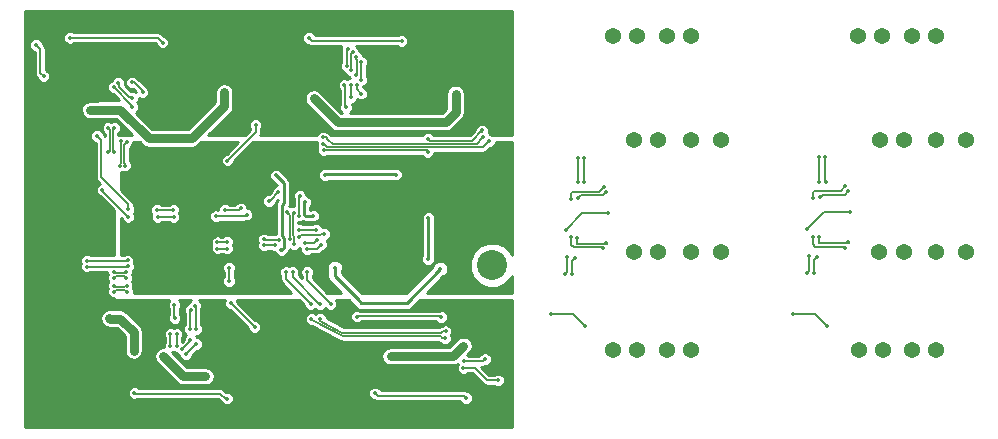
<source format=gbr>
G04 #@! TF.FileFunction,Copper,L2,Bot,Signal*
%FSLAX46Y46*%
G04 Gerber Fmt 4.6, Leading zero omitted, Abs format (unit mm)*
G04 Created by KiCad (PCBNEW 4.0.5) date Fri Apr 14 16:53:27 2017*
%MOMM*%
%LPD*%
G01*
G04 APERTURE LIST*
%ADD10C,0.100000*%
%ADD11C,1.371600*%
%ADD12C,2.540000*%
%ADD13C,0.355600*%
%ADD14C,0.508000*%
%ADD15C,0.254000*%
%ADD16C,0.127000*%
%ADD17C,0.150000*%
%ADD18C,0.762000*%
%ADD19C,0.508000*%
%ADD20C,0.381000*%
G04 APERTURE END LIST*
D10*
D11*
X189923420Y-95623380D03*
X187393580Y-95623380D03*
X182620920Y-95623380D03*
X187396120Y-86819740D03*
X185361580Y-86819740D03*
X182819040Y-86819740D03*
X180792120Y-86819740D03*
X184655460Y-95623380D03*
X187393580Y-105153460D03*
X180835300Y-113416080D03*
X189923420Y-105153460D03*
X185359040Y-113416080D03*
X184655460Y-105153460D03*
X187393580Y-113416080D03*
X182559960Y-105153460D03*
X182869840Y-113416080D03*
D12*
X149783800Y-106258360D03*
D11*
X160004760Y-86819740D03*
X162031680Y-86819740D03*
X164574220Y-86819740D03*
X166608760Y-86819740D03*
X161833560Y-95623380D03*
X163868100Y-95623380D03*
X166606220Y-95623380D03*
X169136060Y-95623380D03*
X161772600Y-105153460D03*
X166606220Y-113416080D03*
X162082480Y-113416080D03*
X163868100Y-105153460D03*
X164571680Y-113416080D03*
X160047940Y-113416080D03*
X169136060Y-105153460D03*
X166606220Y-105153460D03*
D13*
X144370000Y-105700000D03*
X144400000Y-102230000D03*
X141690000Y-98570000D03*
X135630920Y-98602800D03*
X117300032Y-96663157D03*
X117756940Y-108473240D03*
X117294660Y-94607380D03*
X118851680Y-108473240D03*
X122547380Y-112039400D03*
X122549920Y-113080800D03*
X138689080Y-90561160D03*
X138696700Y-89047320D03*
X135544560Y-103596440D03*
X133461760Y-103822500D03*
X122880962Y-109617938D03*
X133428740Y-103238300D03*
X134868920Y-103273860D03*
X117782633Y-96662240D03*
X117795040Y-94617540D03*
X138690000Y-91720000D03*
X119298720Y-90769440D03*
X118846600Y-107990640D03*
X120200000Y-91610000D03*
X138260000Y-90160000D03*
X138318240Y-90967560D03*
X138287760Y-88630760D03*
X122910601Y-110713519D03*
X123068080Y-112044480D03*
X123073160Y-113080800D03*
X117751860Y-107990640D03*
X133037580Y-104460040D03*
X118366501Y-95755499D03*
X118259860Y-97805240D03*
X132979160Y-101785420D03*
X137855960Y-89753440D03*
X123545600Y-113370360D03*
X137977880Y-88209120D03*
X118110000Y-90835480D03*
X124252378Y-110007146D03*
X124226320Y-111633000D03*
X124249180Y-112580420D03*
X137822940Y-92029280D03*
X137800080Y-90954860D03*
X119288560Y-92080080D03*
X117751860Y-107289600D03*
X118826280Y-107304840D03*
X130477260Y-104548940D03*
X131363720Y-104531160D03*
X131714240Y-104134920D03*
X132654040Y-104056180D03*
X117765769Y-91173725D03*
X119296180Y-92829380D03*
X118848671Y-95775907D03*
X118742452Y-97802186D03*
X132463540Y-101770180D03*
X124701300Y-112933480D03*
X137410000Y-92860000D03*
X137276840Y-90965020D03*
X124720000Y-111630000D03*
X124630000Y-109670000D03*
X123860560Y-113756440D03*
X137551160Y-87939880D03*
X137459720Y-89372440D03*
X117759480Y-106786680D03*
X118811040Y-106794300D03*
X130469640Y-104051100D03*
D14*
X141825980Y-111229140D03*
D13*
X150558500Y-109562900D03*
X121460260Y-115001040D03*
X120202960Y-114995960D03*
X118597680Y-114995960D03*
X117355620Y-115001040D03*
X113647220Y-115001040D03*
X115145820Y-115008660D03*
X115440460Y-112422940D03*
X135282940Y-115013740D03*
X133974840Y-115008660D03*
X135597900Y-112420400D03*
X141785340Y-115008660D03*
X140517880Y-115008660D03*
X138894820Y-115013740D03*
X137642600Y-115013740D03*
X127802640Y-89621360D03*
X126438660Y-89613740D03*
X145735040Y-92542360D03*
X150609300Y-92491560D03*
X150398480Y-90007440D03*
X147675600Y-89644220D03*
X146344640Y-89641680D03*
X144350740Y-89644220D03*
X143113760Y-89639140D03*
X141371320Y-89639140D03*
X140141960Y-89639140D03*
X130738880Y-92478860D03*
X131386580Y-89590880D03*
X125534420Y-92483940D03*
X113350040Y-93944440D03*
X110736380Y-93891100D03*
X110947200Y-90517980D03*
X112255300Y-89654380D03*
X124068840Y-89623900D03*
X122824240Y-89626440D03*
X121132600Y-89628980D03*
X119910860Y-89634060D03*
X133568440Y-93370400D03*
X128310640Y-94503240D03*
X129306320Y-115018820D03*
X128018540Y-112135920D03*
X151213820Y-111612680D03*
X110759240Y-105491280D03*
X111033560Y-108247180D03*
X150962360Y-114335560D03*
D14*
X138130280Y-93289120D03*
D13*
X118872000Y-118943120D03*
X119456200Y-118592600D03*
X120030240Y-118943120D03*
X120030240Y-118170960D03*
X118872000Y-118165880D03*
X121920000Y-86080600D03*
X122499120Y-86492080D03*
X121366280Y-86497160D03*
X122499120Y-85664040D03*
X121371360Y-85664040D03*
X142722600Y-86481920D03*
X141589760Y-86497160D03*
X142717520Y-85658960D03*
X142153640Y-86080600D03*
X141579600Y-85664040D03*
X140274040Y-119004080D03*
X139120880Y-118999000D03*
X140258800Y-118170960D03*
X139705080Y-118607840D03*
X139136120Y-118181120D03*
X116078000Y-101600000D03*
X116078000Y-102108000D03*
X116078000Y-102616000D03*
X115316000Y-102616000D03*
X115316000Y-101600000D03*
X111506000Y-101600000D03*
X112268000Y-101600000D03*
X111506000Y-102108000D03*
X112268000Y-102108000D03*
X111506000Y-102616000D03*
X112268000Y-102616000D03*
X113030000Y-101600000D03*
X113030000Y-102108000D03*
X113030000Y-102616000D03*
X113792000Y-101600000D03*
X113792000Y-102108000D03*
X113792000Y-102616000D03*
X114554000Y-101600000D03*
X114554000Y-102108000D03*
X114554000Y-102616000D03*
X115316000Y-102108000D03*
X150985220Y-95079820D03*
X147670520Y-95041720D03*
D14*
X141615160Y-93141800D03*
X120830340Y-94302580D03*
D13*
X133700520Y-109717840D03*
X132486400Y-109702600D03*
X113446560Y-108849160D03*
X112186720Y-108889800D03*
X148275040Y-111201200D03*
D14*
X121345960Y-111815880D03*
D13*
X149669500Y-115295680D03*
X116794280Y-99862640D03*
X118988840Y-102138480D03*
X121462800Y-102153720D03*
X122814080Y-102148640D03*
X126400000Y-102100000D03*
X129006600Y-101965760D03*
X122803920Y-101569520D03*
X116352320Y-95300800D03*
X111160560Y-87579200D03*
X111810800Y-90246200D03*
X118993920Y-101508560D03*
X121396760Y-101589840D03*
X127187960Y-101589840D03*
X128498600Y-101427280D03*
X114035840Y-86982300D03*
X121881900Y-87388700D03*
X130901440Y-100797360D03*
X131700000Y-100040000D03*
X135509000Y-95973900D03*
X149545040Y-95732600D03*
X135483600Y-95427800D03*
X149052280Y-95412560D03*
X142125700Y-87243920D03*
X134264400Y-87000080D03*
X115468400Y-105867200D03*
X118927880Y-105836720D03*
X118938368Y-106319208D03*
X115458240Y-106359960D03*
X119501920Y-117066060D03*
X127353060Y-117541040D03*
X145849340Y-111836200D03*
X147380960Y-114386360D03*
X149197060Y-114208560D03*
X135242300Y-110802420D03*
X135188960Y-109529880D03*
X132902960Y-106842560D03*
X145816320Y-112402620D03*
X134419340Y-109550200D03*
X134485380Y-110797340D03*
X147360640Y-114927380D03*
X150279100Y-115989100D03*
X132313680Y-106842560D03*
X139880340Y-117088920D03*
X147594320Y-117480080D03*
X127360680Y-104830880D03*
X126532640Y-104830880D03*
X126527560Y-104302560D03*
X127345440Y-104282240D03*
X133939280Y-104368600D03*
X134990840Y-104101900D03*
X135341360Y-104495600D03*
X134134860Y-104871520D03*
X129677160Y-111495840D03*
X127655320Y-109468920D03*
X127518160Y-107574080D03*
X127523240Y-106441240D03*
X131478020Y-98635820D03*
X131953000Y-104962960D03*
X145404840Y-106558080D03*
X136458960Y-106466640D03*
X129755900Y-94388940D03*
X127375920Y-97383600D03*
X133974840Y-100914200D03*
X134622540Y-102052120D03*
X144332960Y-95542100D03*
X148950680Y-94833440D03*
X144327880Y-96672400D03*
X133497320Y-100360480D03*
X133428740Y-102049580D03*
X135524240Y-96494600D03*
D14*
X124368560Y-95509080D03*
X115735100Y-93116400D03*
X127109220Y-91620340D03*
X134690000Y-92100000D03*
X144002760Y-94122240D03*
X146697700Y-91744800D03*
X117368320Y-110738920D03*
X119443500Y-113469420D03*
X121942860Y-113949480D03*
X125509020Y-115633500D03*
X119451120Y-111897160D03*
X147353020Y-113078260D03*
X141185900Y-113931700D03*
D13*
X145465800Y-110627160D03*
X138333480Y-110599220D03*
X134137400Y-106837480D03*
X136113520Y-109524800D03*
X150114000Y-101600000D03*
X150114000Y-102108000D03*
X146304000Y-101600000D03*
X146304000Y-102108000D03*
X146304000Y-102616000D03*
X147066000Y-102616000D03*
X147066000Y-102108000D03*
X147066000Y-101600000D03*
X147828000Y-101600000D03*
X147828000Y-102108000D03*
X147828000Y-102616000D03*
X148590000Y-102616000D03*
X148590000Y-102108000D03*
X148590000Y-101600000D03*
X149352000Y-101600000D03*
X149352000Y-102108000D03*
X149352000Y-102616000D03*
X150114000Y-102616000D03*
X150876000Y-102616000D03*
X150876000Y-102108000D03*
X150876000Y-101600000D03*
D14*
X136489440Y-97282000D03*
X122448320Y-97810320D03*
X143195040Y-97505520D03*
X141099540Y-108229400D03*
X121320560Y-108417360D03*
D13*
X178008280Y-97083880D03*
X178041300Y-99181920D03*
X157576520Y-99240340D03*
X157543500Y-97142300D03*
X177500280Y-97094040D03*
X177492660Y-99169220D03*
X157027880Y-99227640D03*
X157035500Y-97152460D03*
X179697380Y-99534980D03*
X176954180Y-100540820D03*
X156489400Y-100599240D03*
X159232600Y-99593400D03*
X179646580Y-104762300D03*
X176944020Y-103827580D03*
X156479240Y-103886000D03*
X159181800Y-104820720D03*
X176603660Y-105463340D03*
X176463960Y-106888280D03*
X155999180Y-106946700D03*
X156138880Y-105521760D03*
X179918360Y-99984560D03*
X177530760Y-100510340D03*
X157065980Y-100568760D03*
X159453580Y-100042980D03*
X179910740Y-104305100D03*
X177426486Y-103839067D03*
X156961706Y-103897487D03*
X159445960Y-104363520D03*
X177269140Y-105572560D03*
X177010060Y-106895900D03*
X156545280Y-106954320D03*
X156804360Y-105630980D03*
X178127660Y-111363760D03*
X175277780Y-110357920D03*
X154813000Y-110416340D03*
X157662880Y-111422180D03*
X180050440Y-101772720D03*
X176484280Y-103184960D03*
X156019500Y-103243380D03*
X159585660Y-101831140D03*
D15*
X144400000Y-102230000D02*
X144400000Y-105670000D01*
X144400000Y-105670000D02*
X144370000Y-105700000D01*
X141330680Y-98562160D02*
X141682160Y-98562160D01*
X141682160Y-98562160D02*
X141690000Y-98570000D01*
X135630920Y-98602800D02*
X135671560Y-98562160D01*
X135671560Y-98562160D02*
X141330680Y-98562160D01*
D16*
X138696700Y-89047320D02*
X138696700Y-90553540D01*
X138696700Y-90553540D02*
X138689080Y-90561160D01*
X138696700Y-89166700D02*
X138696700Y-89047320D01*
X117431820Y-96283780D02*
X117431820Y-96531369D01*
X117431820Y-96531369D02*
X117300032Y-96663157D01*
X117431820Y-94767400D02*
X117431820Y-96283780D01*
X117309900Y-94645480D02*
X117431820Y-94767400D01*
X117906791Y-108366569D02*
X118209060Y-108366569D01*
X118209060Y-108366569D02*
X118351291Y-108366569D01*
X118751094Y-108465620D02*
X118652043Y-108366569D01*
X118851680Y-108465620D02*
X118751094Y-108465620D01*
X118652043Y-108366569D02*
X118209060Y-108366569D01*
X117756940Y-108473240D02*
X117800120Y-108473240D01*
X117800120Y-108473240D02*
X117906791Y-108366569D01*
X135544560Y-103596440D02*
X135293113Y-103596440D01*
X135293113Y-103596440D02*
X135244852Y-103644701D01*
X135244852Y-103644701D02*
X133639559Y-103644701D01*
X133639559Y-103644701D02*
X133461760Y-103822500D01*
X122555000Y-113035080D02*
X122555000Y-112109680D01*
X122880962Y-109617938D02*
X122880962Y-110683880D01*
X122880962Y-110683880D02*
X122910601Y-110713519D01*
X133477000Y-103235760D02*
X133466840Y-103245920D01*
X134833360Y-103235760D02*
X133477000Y-103235760D01*
X138325860Y-89446100D02*
X138325860Y-89809320D01*
X138325860Y-89809320D02*
X138325860Y-89888060D01*
X138325860Y-89984580D02*
X138325860Y-89809320D01*
X138260000Y-90050440D02*
X138325860Y-89984580D01*
X138260000Y-90160000D02*
X138260000Y-90050440D01*
X138328399Y-89443561D02*
X138325860Y-89446100D01*
X138287760Y-88752680D02*
X138328399Y-88793319D01*
X138328399Y-88793319D02*
X138328399Y-89443561D01*
X138287760Y-88630760D02*
X138287760Y-88752680D01*
X120200000Y-91610000D02*
X120200000Y-91475140D01*
X120200000Y-91475140D02*
X119494300Y-90769440D01*
X119494300Y-90769440D02*
X119298720Y-90769440D01*
X117685830Y-96178566D02*
X117685830Y-96565437D01*
X117685830Y-96565437D02*
X117782633Y-96662240D01*
X117774652Y-94615604D02*
X117774652Y-94668408D01*
X117774652Y-94668408D02*
X117685830Y-94757230D01*
X117685830Y-94757230D02*
X117685830Y-96178566D01*
X117774652Y-94615604D02*
X117774652Y-94632848D01*
X118851680Y-108021120D02*
X118752619Y-108021120D01*
X118752619Y-108021120D02*
X118661180Y-108112559D01*
X118661180Y-108112559D02*
X117941346Y-108112560D01*
X117941346Y-108112560D02*
X117819426Y-107990640D01*
X117819426Y-107990640D02*
X117751860Y-107990640D01*
X117703600Y-107975400D02*
X117703600Y-108006608D01*
X138318240Y-91348240D02*
X138318240Y-91160000D01*
X138690000Y-91720000D02*
X138318240Y-91348240D01*
X138318240Y-91252040D02*
X138318240Y-91160000D01*
X138318240Y-91160000D02*
X138318240Y-90967560D01*
X138260000Y-88658520D02*
X138287760Y-88630760D01*
X123078240Y-113045240D02*
X123078240Y-112069880D01*
D17*
X123078240Y-112069880D02*
X123088400Y-112059720D01*
D16*
X132979160Y-101785420D02*
X132902969Y-101861611D01*
X132902969Y-101861611D02*
X132902969Y-103727003D01*
X132902969Y-103727003D02*
X133037580Y-103861614D01*
X133037580Y-103861614D02*
X133037580Y-104261933D01*
X133037580Y-104261933D02*
X133037580Y-104513380D01*
X137977880Y-88209120D02*
X137977880Y-88211660D01*
X137977880Y-88211660D02*
X137828020Y-88361520D01*
X137828020Y-88361520D02*
X137828021Y-89725501D01*
X137828021Y-89725501D02*
X137855960Y-89753440D01*
X119037113Y-91998800D02*
X119207280Y-91998800D01*
X119207280Y-91998800D02*
X119288560Y-92080080D01*
X118110000Y-90835480D02*
X118163340Y-90888820D01*
X118163340Y-90888820D02*
X118163340Y-91125027D01*
X119037113Y-91998800D02*
X118163340Y-91125027D01*
X118386851Y-97609669D02*
X118386851Y-95775849D01*
X118386851Y-95775849D02*
X118366501Y-95755499D01*
X118259860Y-97805240D02*
X118259860Y-97736660D01*
X118259860Y-97736660D02*
X118386851Y-97609669D01*
X118826280Y-107304840D02*
X118778020Y-107304840D01*
X118778020Y-107304840D02*
X118628160Y-107154980D01*
X117939820Y-107154980D02*
X117805200Y-107289600D01*
X118628160Y-107154980D02*
X117939820Y-107154980D01*
X117805200Y-107289600D02*
X117751860Y-107289600D01*
X133002020Y-101808280D02*
X132979160Y-101785420D01*
X137854093Y-89751573D02*
X137855960Y-89753440D01*
X124226320Y-111633000D02*
X124226320Y-110033204D01*
X124226320Y-110033204D02*
X124252378Y-110007146D01*
D17*
X123545600Y-113370360D02*
X124249867Y-112666093D01*
D16*
X137850880Y-90972640D02*
X137850880Y-91942920D01*
X137850880Y-91942920D02*
X137820400Y-91973400D01*
X130550000Y-104550000D02*
X131349960Y-104550000D01*
X131349960Y-104550000D02*
X131429760Y-104470200D01*
X132463540Y-101770180D02*
X132463540Y-101843840D01*
X132463540Y-101843840D02*
X132648960Y-102029260D01*
X132648960Y-102029260D02*
X132648960Y-104018080D01*
X137459720Y-89372440D02*
X137459720Y-88031320D01*
X137459720Y-88031320D02*
X137551160Y-87939880D01*
X117765769Y-91173725D02*
X119251982Y-92659938D01*
X119251982Y-92659938D02*
X119251982Y-92793819D01*
X118640860Y-96029780D02*
X118848671Y-95821969D01*
X118848671Y-95821969D02*
X118848671Y-95775907D01*
X118640860Y-97607120D02*
X118640860Y-96029780D01*
X118742452Y-97708712D02*
X118640860Y-97607120D01*
X118742452Y-97802186D02*
X118742452Y-97708712D01*
X117759480Y-106786680D02*
X117759480Y-106825846D01*
X117759480Y-106825846D02*
X117834606Y-106900970D01*
X117834606Y-106900970D02*
X118704370Y-106900970D01*
X118704370Y-106900970D02*
X118811040Y-106794300D01*
X118803420Y-106786680D02*
X118811040Y-106794300D01*
X137370000Y-90960000D02*
X137370000Y-92746146D01*
X124720000Y-111630000D02*
X124720000Y-109760000D01*
X124720000Y-109760000D02*
X124630000Y-109670000D01*
D17*
X123860560Y-113756440D02*
X124632720Y-112984280D01*
D16*
X137485120Y-89372440D02*
X137459720Y-89372440D01*
X131759960Y-104094280D02*
X130545840Y-104094280D01*
X130545840Y-104094280D02*
X130530600Y-104079040D01*
X118887240Y-118932960D02*
X118882160Y-118932960D01*
X118882160Y-118932960D02*
X118872000Y-118943120D01*
X120040400Y-118943120D02*
X120030240Y-118943120D01*
X120030240Y-118145560D02*
X120030240Y-118170960D01*
X140284200Y-119009160D02*
X140279120Y-119009160D01*
X140279120Y-119009160D02*
X140274040Y-119004080D01*
X139141200Y-119034560D02*
X139141200Y-119019320D01*
X139141200Y-119019320D02*
X139120880Y-118999000D01*
X126400000Y-102100000D02*
X128872360Y-102100000D01*
X128872360Y-102100000D02*
X129006600Y-101965760D01*
X116794280Y-99969320D02*
X116794280Y-99862640D01*
X118963440Y-102138480D02*
X116794280Y-99969320D01*
X122809000Y-102153720D02*
X121462800Y-102153720D01*
X122814080Y-102148640D02*
X122809000Y-102153720D01*
X122803920Y-101569520D02*
X121417080Y-101569520D01*
X121417080Y-101569520D02*
X121396760Y-101589840D01*
X116682520Y-98790760D02*
X116682520Y-95631000D01*
X116682520Y-95631000D02*
X116352320Y-95300800D01*
X118993920Y-101102160D02*
X116682520Y-98790760D01*
X118993920Y-101112994D02*
X118993920Y-101102160D01*
X111531400Y-89966800D02*
X111531400Y-87950040D01*
X111531400Y-87950040D02*
X111160560Y-87579200D01*
X111810800Y-90246200D02*
X111531400Y-89966800D01*
X118993920Y-101508560D02*
X118993920Y-101112994D01*
X127187960Y-101589840D02*
X128336040Y-101589840D01*
X128336040Y-101589840D02*
X128498600Y-101427280D01*
X114035840Y-86982300D02*
X121475500Y-86982300D01*
X121475500Y-86982300D02*
X121881900Y-87388700D01*
X121488200Y-86995000D02*
X121881900Y-87388700D01*
X121747280Y-87254080D02*
X121881900Y-87388700D01*
X149037050Y-96240590D02*
X149545040Y-95732600D01*
X135509000Y-95973900D02*
X135549640Y-95973900D01*
X135815316Y-96240590D02*
X149037050Y-96240590D01*
X135549640Y-95973900D02*
X135726425Y-96150685D01*
X135726425Y-96150685D02*
X135726425Y-96151699D01*
X135726425Y-96151699D02*
X135815316Y-96240590D01*
X131059480Y-100680520D02*
X131700000Y-100040000D01*
X130942640Y-100797360D02*
X131059480Y-100680520D01*
X130901440Y-100797360D02*
X130942640Y-100797360D01*
X135483600Y-95427800D02*
X135735047Y-95427800D01*
X135735047Y-95427800D02*
X135917940Y-95610693D01*
X135920493Y-95610693D02*
X136296380Y-95986580D01*
X135917940Y-95610693D02*
X135920493Y-95610693D01*
X136296380Y-95986580D02*
X148478260Y-95986580D01*
X148478260Y-95986580D02*
X149052280Y-95412560D01*
X149052280Y-95412560D02*
X148788120Y-95676720D01*
X134264400Y-87000080D02*
X134508240Y-87243920D01*
X134508240Y-87243920D02*
X142125700Y-87243920D01*
X118800880Y-105867200D02*
X115468400Y-105867200D01*
X115458240Y-106359960D02*
X118897616Y-106359960D01*
X118897616Y-106359960D02*
X118938368Y-106319208D01*
X124800000Y-117120000D02*
X119555860Y-117120000D01*
X119555860Y-117120000D02*
X119501920Y-117066060D01*
X127280000Y-117610000D02*
X126790000Y-117120000D01*
X126790000Y-117120000D02*
X124800000Y-117120000D01*
X147634947Y-114388900D02*
X149016720Y-114388900D01*
X149016720Y-114388900D02*
X149197060Y-114208560D01*
X147380960Y-114386360D02*
X147632407Y-114386360D01*
X147632407Y-114386360D02*
X147634947Y-114388900D01*
X137073640Y-111946137D02*
X135227894Y-110942149D01*
X137081569Y-111946137D02*
X137073640Y-111946137D01*
X145478500Y-111955593D02*
X137091025Y-111955593D01*
X137091025Y-111955593D02*
X137081569Y-111946137D01*
X145849340Y-111836200D02*
X145597893Y-111836200D01*
X145597893Y-111836200D02*
X145478500Y-111955593D01*
X135227894Y-110942149D02*
X135227894Y-110816826D01*
X135227894Y-110816826D02*
X135242300Y-110802420D01*
X149191980Y-114213640D02*
X149197060Y-114208560D01*
X132902960Y-106842560D02*
X132902960Y-107204080D01*
X132902960Y-107204080D02*
X135079740Y-109434200D01*
X150279100Y-115989100D02*
X149364700Y-115989100D01*
X149364700Y-115989100D02*
X148302980Y-114927380D01*
X148302980Y-114927380D02*
X147360640Y-114927380D01*
X145816320Y-112402620D02*
X145564873Y-112402620D01*
X145564873Y-112402620D02*
X145425183Y-112262930D01*
X145425183Y-112262930D02*
X137124450Y-112262930D01*
X132313680Y-106842560D02*
X132313680Y-107444540D01*
X132313680Y-107444540D02*
X134419340Y-109550200D01*
X134523480Y-110848140D02*
X137124450Y-112262930D01*
X132344160Y-106873040D02*
X132313680Y-106842560D01*
X142600694Y-117309901D02*
X140101321Y-117309901D01*
X140101321Y-117309901D02*
X139880340Y-117088920D01*
X147622260Y-117487700D02*
X147444461Y-117309901D01*
X147444461Y-117309901D02*
X142600694Y-117309901D01*
X126532640Y-104830880D02*
X127360680Y-104830880D01*
X126527560Y-104302560D02*
X127325120Y-104302560D01*
X127325120Y-104302560D02*
X127345440Y-104282240D01*
X134990840Y-104101900D02*
X134724140Y-104368600D01*
X134724140Y-104368600D02*
X134503160Y-104368600D01*
X133939280Y-104368600D02*
X134503160Y-104368600D01*
X134965440Y-104871520D02*
X135341360Y-104495600D01*
X134134860Y-104871520D02*
X134965440Y-104871520D01*
X129677160Y-111495840D02*
X127655320Y-109474000D01*
X127655320Y-109474000D02*
X127655320Y-109468920D01*
D15*
X129677160Y-111490760D02*
X129677160Y-111495840D01*
D16*
X127518160Y-107574080D02*
X127518160Y-106497120D01*
X127518160Y-106497120D02*
X127523240Y-106492040D01*
D15*
X127523240Y-107569000D02*
X127518160Y-107574080D01*
X131983480Y-103765094D02*
X132125719Y-103907333D01*
X132125719Y-103907333D02*
X132166360Y-103947974D01*
X132166360Y-100972620D02*
X131983480Y-101155500D01*
X131983480Y-101155500D02*
X131983480Y-103765094D01*
X131478020Y-98635820D02*
X132166360Y-99324160D01*
X132166360Y-99324160D02*
X132166360Y-100972620D01*
X132166360Y-104749600D02*
X132166360Y-103947974D01*
X131953000Y-104962960D02*
X132166360Y-104749600D01*
X138724640Y-109420660D02*
X142542260Y-109420660D01*
X142542260Y-109420660D02*
X145404840Y-106558080D01*
X138427461Y-109123481D02*
X138724640Y-109420660D01*
X138427461Y-109118401D02*
X138427461Y-109123481D01*
X138427461Y-109118401D02*
X138427461Y-109126021D01*
X136458960Y-107149900D02*
X138427461Y-109118401D01*
X136458960Y-106466640D02*
X136458960Y-107149900D01*
D16*
X129755900Y-94388940D02*
X129755900Y-95003620D01*
X129755900Y-95003620D02*
X127375920Y-97383600D01*
D15*
X133863080Y-101940360D02*
X133974840Y-102052120D01*
X133974840Y-102052120D02*
X134622540Y-102052120D01*
X133974840Y-100914200D02*
X133873240Y-101015800D01*
X133873240Y-101015800D02*
X133863080Y-101015800D01*
X133863080Y-101015800D02*
X133863080Y-101940360D01*
D16*
X144332960Y-95542100D02*
X144523430Y-95732570D01*
X144523430Y-95732570D02*
X148051550Y-95732570D01*
X148051550Y-95732570D02*
X148950680Y-94833440D01*
X135524240Y-96494600D02*
X144259300Y-96494600D01*
X144259300Y-96494600D02*
X144338040Y-96573340D01*
X148950680Y-94833440D02*
X148950680Y-94969074D01*
X148903219Y-94785979D02*
X148950680Y-94833440D01*
X133449060Y-102006400D02*
X133449060Y-100408740D01*
X133449060Y-100408740D02*
X133497320Y-100360480D01*
D18*
X124368560Y-95509080D02*
X120797320Y-95509080D01*
X117165120Y-93065600D02*
X118254780Y-93065600D01*
X115735100Y-93116400D02*
X117165120Y-93065600D01*
X118254780Y-93065600D02*
X120698260Y-95509080D01*
X120698260Y-95509080D02*
X120797320Y-95509080D01*
X127109220Y-91620340D02*
X127109220Y-92768420D01*
X127109220Y-92768420D02*
X124368560Y-95509080D01*
X144002760Y-94122240D02*
X136712240Y-94122240D01*
X136712240Y-94122240D02*
X136110000Y-93520000D01*
X146697700Y-91744800D02*
X146697700Y-93306900D01*
X146697700Y-93306900D02*
X145882360Y-94122240D01*
X145882360Y-94122240D02*
X144002760Y-94122240D01*
D19*
X136110000Y-93520000D02*
X136115800Y-93520000D01*
D18*
X134690000Y-92100000D02*
X136110000Y-93520000D01*
X121942860Y-113949480D02*
X123626880Y-115633500D01*
X123626880Y-115633500D02*
X125509020Y-115633500D01*
X119451120Y-111897160D02*
X118323360Y-110769400D01*
X118323360Y-110769400D02*
X117398800Y-110769400D01*
X117398800Y-110769400D02*
X117368320Y-110738920D01*
X119451120Y-111897160D02*
X119451120Y-113461800D01*
X119451120Y-113461800D02*
X119443500Y-113469420D01*
D20*
X119451120Y-111897160D02*
X119451120Y-112064800D01*
D19*
X118711979Y-111158019D02*
X119451120Y-111897160D01*
D18*
X141185900Y-113931700D02*
X146499580Y-113931700D01*
X146499580Y-113931700D02*
X147353020Y-113078260D01*
D16*
X138348720Y-110545880D02*
X145384520Y-110545880D01*
X145384520Y-110545880D02*
X145465800Y-110627160D01*
X136080500Y-109456220D02*
X134137400Y-107482640D01*
X134137400Y-107482640D02*
X134137400Y-106837480D01*
X134132320Y-106842560D02*
X134137400Y-106837480D01*
X178008280Y-99148900D02*
X178041300Y-99181920D01*
X178008280Y-97083880D02*
X178008280Y-99148900D01*
X157543500Y-97142300D02*
X157543500Y-99207320D01*
X157543500Y-99207320D02*
X157576520Y-99240340D01*
X177500280Y-97094040D02*
X177500280Y-99105720D01*
X177500280Y-99105720D02*
X177500280Y-99161600D01*
X177500280Y-99161600D02*
X177492660Y-99169220D01*
X157035500Y-99164140D02*
X157035500Y-99220020D01*
X157035500Y-99220020D02*
X157027880Y-99227640D01*
X157035500Y-97152460D02*
X157035500Y-99164140D01*
X176954180Y-100083620D02*
X176954180Y-100540820D01*
X179697380Y-99534980D02*
X179285900Y-99946460D01*
X179285900Y-99946460D02*
X177091340Y-99946460D01*
X177091340Y-99946460D02*
X176954180Y-100083620D01*
X156489400Y-100142040D02*
X156489400Y-100599240D01*
X156626560Y-100004880D02*
X156489400Y-100142040D01*
X158821120Y-100004880D02*
X156626560Y-100004880D01*
X159232600Y-99593400D02*
X158821120Y-100004880D01*
X177167540Y-104660700D02*
X176944020Y-104437180D01*
X176944020Y-104437180D02*
X176944020Y-103827580D01*
X179646580Y-104762300D02*
X179544980Y-104660700D01*
X179544980Y-104660700D02*
X177167540Y-104660700D01*
X156479240Y-104495600D02*
X156479240Y-103886000D01*
X156702760Y-104719120D02*
X156479240Y-104495600D01*
X159080200Y-104719120D02*
X156702760Y-104719120D01*
X159181800Y-104820720D02*
X159080200Y-104719120D01*
X176552752Y-106799488D02*
X176463960Y-106888280D01*
X176555007Y-106799488D02*
X176552752Y-106799488D01*
X176603660Y-106750835D02*
X176555007Y-106799488D01*
X176603660Y-105463340D02*
X176603660Y-106750835D01*
X156090227Y-106857908D02*
X156087972Y-106857908D01*
X156087972Y-106857908D02*
X155999180Y-106946700D01*
X156138880Y-105521760D02*
X156138880Y-106809255D01*
X156138880Y-106809255D02*
X156090227Y-106857908D01*
X177782220Y-100258880D02*
X177530760Y-100510340D01*
X179918360Y-99984560D02*
X179644040Y-100258880D01*
X179644040Y-100258880D02*
X177782220Y-100258880D01*
X157317440Y-100317300D02*
X157065980Y-100568760D01*
X159179260Y-100317300D02*
X157317440Y-100317300D01*
X159453580Y-100042980D02*
X159179260Y-100317300D01*
X177426486Y-104363386D02*
X177426486Y-103839067D01*
X177452020Y-104388920D02*
X177426486Y-104363386D01*
X179994560Y-104388920D02*
X179818286Y-104388920D01*
X179818286Y-104388920D02*
X177452020Y-104388920D01*
X179910740Y-104305100D02*
X179994560Y-104388920D01*
X156987240Y-104447340D02*
X156961706Y-104421806D01*
X156961706Y-104421806D02*
X156961706Y-103897487D01*
X159353506Y-104447340D02*
X156987240Y-104447340D01*
X159445960Y-104363520D02*
X159529780Y-104447340D01*
X159529780Y-104447340D02*
X159353506Y-104447340D01*
X177036470Y-105805230D02*
X177269140Y-105572560D01*
X177010060Y-106895900D02*
X177010060Y-105831640D01*
X177010060Y-105831640D02*
X177036470Y-105805230D01*
X156545280Y-106954320D02*
X156545280Y-105890060D01*
X156545280Y-105890060D02*
X156571690Y-105863650D01*
X156571690Y-105863650D02*
X156804360Y-105630980D01*
X177121820Y-110357920D02*
X175277780Y-110357920D01*
X178127660Y-111363760D02*
X177121820Y-110357920D01*
X157662880Y-111422180D02*
X156657040Y-110416340D01*
X156657040Y-110416340D02*
X154813000Y-110416340D01*
X177896520Y-101772720D02*
X176484280Y-103184960D01*
X180050440Y-101772720D02*
X177896520Y-101772720D01*
X159585660Y-101831140D02*
X157431740Y-101831140D01*
X157431740Y-101831140D02*
X156019500Y-103243380D01*
D15*
G36*
X151470360Y-95214440D02*
X149796040Y-95214440D01*
X149659876Y-95157900D01*
X149568959Y-95157820D01*
X149539856Y-95087387D01*
X149488838Y-95036280D01*
X149525380Y-94948276D01*
X149525580Y-94719607D01*
X149438256Y-94508267D01*
X149276703Y-94346432D01*
X149065516Y-94258740D01*
X148836847Y-94258540D01*
X148625507Y-94345864D01*
X148463672Y-94507417D01*
X148375980Y-94718604D01*
X148375946Y-94756928D01*
X147918434Y-95214440D01*
X144818053Y-95214440D01*
X144658983Y-95055092D01*
X144447796Y-94967400D01*
X144219127Y-94967200D01*
X144007787Y-95054524D01*
X143847592Y-95214440D01*
X136172933Y-95214440D01*
X136060670Y-95102177D01*
X135911273Y-95002353D01*
X135861118Y-94992377D01*
X135809623Y-94940792D01*
X135598436Y-94853100D01*
X135369767Y-94852900D01*
X135158427Y-94940224D01*
X134996592Y-95101777D01*
X134949811Y-95214440D01*
X130158232Y-95214440D01*
X130181347Y-95179846D01*
X130216400Y-95003620D01*
X130216400Y-94741425D01*
X130242908Y-94714963D01*
X130330600Y-94503776D01*
X130330800Y-94275107D01*
X130243476Y-94063767D01*
X130081923Y-93901932D01*
X129870736Y-93814240D01*
X129642067Y-93814040D01*
X129430727Y-93901364D01*
X129268892Y-94062917D01*
X129181200Y-94274104D01*
X129181000Y-94502773D01*
X129268324Y-94714113D01*
X129295400Y-94741236D01*
X129295400Y-94812874D01*
X128893834Y-95214440D01*
X125763458Y-95214440D01*
X127659349Y-93318549D01*
X127827999Y-93066147D01*
X127887220Y-92768420D01*
X127887220Y-91620340D01*
X127827998Y-91322612D01*
X127659349Y-91070211D01*
X127406948Y-90901562D01*
X127109220Y-90842340D01*
X126811492Y-90901562D01*
X126559091Y-91070211D01*
X126390442Y-91322612D01*
X126331220Y-91620340D01*
X126331220Y-92446162D01*
X124046302Y-94731080D01*
X121020518Y-94731080D01*
X119610768Y-93321330D01*
X119621353Y-93316956D01*
X119783188Y-93155403D01*
X119870880Y-92944216D01*
X119871080Y-92715547D01*
X119783756Y-92504207D01*
X119730617Y-92450975D01*
X119775568Y-92406103D01*
X119863260Y-92194916D01*
X119863355Y-92086367D01*
X119873977Y-92097008D01*
X120085164Y-92184700D01*
X120313833Y-92184900D01*
X120525173Y-92097576D01*
X120687008Y-91936023D01*
X120774700Y-91724836D01*
X120774900Y-91496167D01*
X120687576Y-91284827D01*
X120526023Y-91122992D01*
X120479977Y-91103872D01*
X119819923Y-90443817D01*
X119717587Y-90375438D01*
X119624743Y-90282432D01*
X119413556Y-90194740D01*
X119184887Y-90194540D01*
X118973547Y-90281864D01*
X118811712Y-90443417D01*
X118724020Y-90654604D01*
X118723820Y-90883273D01*
X118811144Y-91094613D01*
X118972697Y-91256448D01*
X119183884Y-91344140D01*
X119412553Y-91344340D01*
X119416375Y-91342761D01*
X119625251Y-91551636D01*
X119625205Y-91603713D01*
X119614583Y-91593072D01*
X119403396Y-91505380D01*
X119194756Y-91505198D01*
X118671548Y-90981989D01*
X118684700Y-90950316D01*
X118684900Y-90721647D01*
X118597576Y-90510307D01*
X118436023Y-90348472D01*
X118224836Y-90260780D01*
X117996167Y-90260580D01*
X117784827Y-90347904D01*
X117622992Y-90509457D01*
X117572204Y-90631770D01*
X117440596Y-90686149D01*
X117278761Y-90847702D01*
X117191069Y-91058889D01*
X117190869Y-91287558D01*
X117278193Y-91498898D01*
X117439746Y-91660733D01*
X117650933Y-91748425D01*
X117689257Y-91748459D01*
X118228399Y-92287600D01*
X117165120Y-92287600D01*
X117151355Y-92290338D01*
X117137500Y-92288090D01*
X115707480Y-92338890D01*
X115412042Y-92408645D01*
X115165787Y-92586148D01*
X115006205Y-92844377D01*
X114957590Y-93144020D01*
X115027345Y-93439458D01*
X115204848Y-93685713D01*
X115463077Y-93845295D01*
X115762720Y-93893910D01*
X117178947Y-93843600D01*
X117932522Y-93843600D01*
X119303362Y-95214440D01*
X118995376Y-95214440D01*
X118963507Y-95201207D01*
X118734838Y-95201007D01*
X118702327Y-95214440D01*
X118562354Y-95214440D01*
X118481337Y-95180799D01*
X118252668Y-95180599D01*
X118170767Y-95214440D01*
X118146330Y-95214440D01*
X118146330Y-95079045D01*
X118282048Y-94943563D01*
X118369740Y-94732376D01*
X118369940Y-94503707D01*
X118282616Y-94292367D01*
X118121063Y-94130532D01*
X117909876Y-94042840D01*
X117681207Y-94042640D01*
X117557039Y-94093945D01*
X117409496Y-94032680D01*
X117180827Y-94032480D01*
X116969487Y-94119804D01*
X116807652Y-94281357D01*
X116719960Y-94492544D01*
X116719760Y-94721213D01*
X116807084Y-94932553D01*
X116968637Y-95094388D01*
X116971320Y-95095502D01*
X116971320Y-95268555D01*
X116927187Y-95224422D01*
X116927220Y-95186967D01*
X116839896Y-94975627D01*
X116678343Y-94813792D01*
X116467156Y-94726100D01*
X116238487Y-94725900D01*
X116027147Y-94813224D01*
X115865312Y-94974777D01*
X115777620Y-95185964D01*
X115777420Y-95414633D01*
X115864744Y-95625973D01*
X116026297Y-95787808D01*
X116222020Y-95869079D01*
X116222020Y-98790760D01*
X116257073Y-98966986D01*
X116356897Y-99116383D01*
X116572753Y-99332239D01*
X116469107Y-99375064D01*
X116307272Y-99536617D01*
X116219580Y-99747804D01*
X116219380Y-99976473D01*
X116306704Y-100187813D01*
X116468257Y-100349648D01*
X116562491Y-100388777D01*
X117769640Y-101595925D01*
X117769640Y-105406700D01*
X115820885Y-105406700D01*
X115794423Y-105380192D01*
X115583236Y-105292500D01*
X115354567Y-105292300D01*
X115143227Y-105379624D01*
X114981392Y-105541177D01*
X114893700Y-105752364D01*
X114893500Y-105981033D01*
X114943227Y-106101381D01*
X114883540Y-106245124D01*
X114883340Y-106473793D01*
X114970664Y-106685133D01*
X115132217Y-106846968D01*
X115343404Y-106934660D01*
X115572073Y-106934860D01*
X115783413Y-106847536D01*
X115810536Y-106820460D01*
X117184650Y-106820460D01*
X117184580Y-106900513D01*
X117237678Y-107029020D01*
X117177160Y-107174764D01*
X117176960Y-107403433D01*
X117264284Y-107614773D01*
X117289489Y-107640022D01*
X117264852Y-107664617D01*
X117177160Y-107875804D01*
X117176960Y-108104473D01*
X117232184Y-108238125D01*
X117182240Y-108358404D01*
X117182040Y-108587073D01*
X117269364Y-108798413D01*
X117430917Y-108960248D01*
X117642104Y-109047940D01*
X117769640Y-109048052D01*
X117769640Y-109093000D01*
X117779646Y-109142410D01*
X117808087Y-109184035D01*
X117850481Y-109211315D01*
X117896640Y-109220000D01*
X122465995Y-109220000D01*
X122393954Y-109291915D01*
X122306262Y-109503102D01*
X122306062Y-109731771D01*
X122393386Y-109943111D01*
X122420462Y-109970234D01*
X122420462Y-110395036D01*
X122335901Y-110598683D01*
X122335701Y-110827352D01*
X122423025Y-111038692D01*
X122584578Y-111200527D01*
X122795765Y-111288219D01*
X123024434Y-111288419D01*
X123235774Y-111201095D01*
X123397609Y-111039542D01*
X123485301Y-110828355D01*
X123485501Y-110599686D01*
X123398177Y-110388346D01*
X123341462Y-110331532D01*
X123341462Y-109970423D01*
X123367970Y-109943961D01*
X123455662Y-109732774D01*
X123455862Y-109504105D01*
X123368538Y-109292765D01*
X123295900Y-109220000D01*
X124267185Y-109220000D01*
X124142992Y-109343977D01*
X124099670Y-109448309D01*
X123927205Y-109519570D01*
X123765370Y-109681123D01*
X123677678Y-109892310D01*
X123677478Y-110120979D01*
X123764802Y-110332319D01*
X123765820Y-110333339D01*
X123765820Y-111280515D01*
X123739312Y-111306977D01*
X123651620Y-111518164D01*
X123651420Y-111746833D01*
X123738744Y-111958173D01*
X123898549Y-112118257D01*
X123762172Y-112254397D01*
X123674480Y-112465584D01*
X123674385Y-112574067D01*
X123538740Y-112709712D01*
X123538740Y-112386823D01*
X123555088Y-112370503D01*
X123642780Y-112159316D01*
X123642980Y-111930647D01*
X123555656Y-111719307D01*
X123394103Y-111557472D01*
X123182916Y-111469780D01*
X122954247Y-111469580D01*
X122813762Y-111527627D01*
X122662216Y-111464700D01*
X122433547Y-111464500D01*
X122222207Y-111551824D01*
X122060372Y-111713377D01*
X121972680Y-111924564D01*
X121972480Y-112153233D01*
X122059804Y-112364573D01*
X122094500Y-112399330D01*
X122094500Y-112723244D01*
X122062912Y-112754777D01*
X121975220Y-112965964D01*
X121975035Y-113177880D01*
X121942860Y-113171480D01*
X121645133Y-113230702D01*
X121392731Y-113399351D01*
X121224082Y-113651753D01*
X121164860Y-113949480D01*
X121224082Y-114247207D01*
X121392731Y-114499609D01*
X123076751Y-116183629D01*
X123329152Y-116352278D01*
X123626880Y-116411500D01*
X125509020Y-116411500D01*
X125806748Y-116352278D01*
X126059149Y-116183629D01*
X126227798Y-115931228D01*
X126287020Y-115633500D01*
X126227798Y-115335772D01*
X126059149Y-115083371D01*
X125806748Y-114914722D01*
X125509020Y-114855500D01*
X123949138Y-114855500D01*
X122724314Y-113630676D01*
X122811643Y-113594593D01*
X122958324Y-113655500D01*
X123041513Y-113655573D01*
X123058024Y-113695533D01*
X123219577Y-113857368D01*
X123292910Y-113887818D01*
X123372984Y-114081613D01*
X123534537Y-114243448D01*
X123745724Y-114331140D01*
X123974393Y-114331340D01*
X124185733Y-114244016D01*
X124347568Y-114082463D01*
X124410169Y-113931700D01*
X140407900Y-113931700D01*
X140467122Y-114229428D01*
X140635771Y-114481829D01*
X140888172Y-114650478D01*
X141185900Y-114709700D01*
X146499580Y-114709700D01*
X146797308Y-114650478D01*
X146879319Y-114595680D01*
X146873632Y-114601357D01*
X146785940Y-114812544D01*
X146785740Y-115041213D01*
X146873064Y-115252553D01*
X147034617Y-115414388D01*
X147245804Y-115502080D01*
X147474473Y-115502280D01*
X147685813Y-115414956D01*
X147712936Y-115387880D01*
X148112234Y-115387880D01*
X149039077Y-116314723D01*
X149188474Y-116414547D01*
X149364700Y-116449601D01*
X149364705Y-116449600D01*
X149926615Y-116449600D01*
X149953077Y-116476108D01*
X150164264Y-116563800D01*
X150392933Y-116564000D01*
X150604273Y-116476676D01*
X150766108Y-116315123D01*
X150853800Y-116103936D01*
X150854000Y-115875267D01*
X150766676Y-115663927D01*
X150605123Y-115502092D01*
X150393936Y-115414400D01*
X150165267Y-115414200D01*
X149953927Y-115501524D01*
X149926804Y-115528600D01*
X149555446Y-115528600D01*
X148876246Y-114849400D01*
X149016720Y-114849400D01*
X149192946Y-114814347D01*
X149239265Y-114783397D01*
X149310893Y-114783460D01*
X149522233Y-114696136D01*
X149684068Y-114534583D01*
X149771760Y-114323396D01*
X149771960Y-114094727D01*
X149684636Y-113883387D01*
X149523083Y-113721552D01*
X149311896Y-113633860D01*
X149083227Y-113633660D01*
X148871887Y-113720984D01*
X148710052Y-113882537D01*
X148691008Y-113928400D01*
X147840125Y-113928400D01*
X147813663Y-113901892D01*
X147683637Y-113847901D01*
X147903149Y-113628389D01*
X148071798Y-113375988D01*
X148131020Y-113078260D01*
X148071798Y-112780533D01*
X147903149Y-112528131D01*
X147650747Y-112359482D01*
X147353020Y-112300260D01*
X147055292Y-112359482D01*
X146802891Y-112528131D01*
X146177322Y-113153700D01*
X141185900Y-113153700D01*
X140888172Y-113212922D01*
X140635771Y-113381571D01*
X140467122Y-113633972D01*
X140407900Y-113931700D01*
X124410169Y-113931700D01*
X124435260Y-113871276D01*
X124435279Y-113849229D01*
X124776163Y-113508346D01*
X124815133Y-113508380D01*
X125026473Y-113421056D01*
X125188308Y-113259503D01*
X125276000Y-113048316D01*
X125276200Y-112819647D01*
X125188876Y-112608307D01*
X125027323Y-112446472D01*
X124816136Y-112358780D01*
X124779522Y-112358748D01*
X124736756Y-112255247D01*
X124686368Y-112204771D01*
X124833833Y-112204900D01*
X125045173Y-112117576D01*
X125207008Y-111956023D01*
X125294700Y-111744836D01*
X125294900Y-111516167D01*
X125207576Y-111304827D01*
X125180500Y-111277704D01*
X125180500Y-109843116D01*
X125204700Y-109784836D01*
X125204900Y-109556167D01*
X125117576Y-109344827D01*
X124992967Y-109220000D01*
X127136296Y-109220000D01*
X127080620Y-109354084D01*
X127080420Y-109582753D01*
X127167744Y-109794093D01*
X127329297Y-109955928D01*
X127540484Y-110043620D01*
X127573723Y-110043649D01*
X129102293Y-111572218D01*
X129102260Y-111609673D01*
X129189584Y-111821013D01*
X129351137Y-111982848D01*
X129562324Y-112070540D01*
X129790993Y-112070740D01*
X130002333Y-111983416D01*
X130164168Y-111821863D01*
X130251860Y-111610676D01*
X130252060Y-111382007D01*
X130164736Y-111170667D01*
X130003183Y-111008832D01*
X129791996Y-110921140D01*
X129753672Y-110921106D01*
X129743739Y-110911173D01*
X133910480Y-110911173D01*
X133997804Y-111122513D01*
X134159357Y-111284348D01*
X134370544Y-111372040D01*
X134523141Y-111372173D01*
X136904409Y-112667457D01*
X136927827Y-112674748D01*
X136948224Y-112688377D01*
X137012951Y-112701252D01*
X137075964Y-112720871D01*
X137100394Y-112718645D01*
X137124450Y-112723430D01*
X145234438Y-112723430D01*
X145239248Y-112728240D01*
X145239250Y-112728243D01*
X145374545Y-112818644D01*
X145388647Y-112828067D01*
X145438802Y-112838043D01*
X145490297Y-112889628D01*
X145701484Y-112977320D01*
X145930153Y-112977520D01*
X146141493Y-112890196D01*
X146303328Y-112728643D01*
X146391020Y-112517456D01*
X146391220Y-112288787D01*
X146337640Y-112159113D01*
X146424040Y-111951036D01*
X146424240Y-111722367D01*
X146336916Y-111511027D01*
X146175363Y-111349192D01*
X145964176Y-111261500D01*
X145735507Y-111261300D01*
X145524167Y-111348624D01*
X145471948Y-111400752D01*
X145421667Y-111410753D01*
X145295443Y-111495093D01*
X137208163Y-111495093D01*
X135817156Y-110738459D01*
X135817178Y-110713053D01*
X137758580Y-110713053D01*
X137845904Y-110924393D01*
X138007457Y-111086228D01*
X138218644Y-111173920D01*
X138447313Y-111174120D01*
X138658653Y-111086796D01*
X138739209Y-111006380D01*
X145032177Y-111006380D01*
X145139777Y-111114168D01*
X145350964Y-111201860D01*
X145579633Y-111202060D01*
X145790973Y-111114736D01*
X145952808Y-110953183D01*
X146040500Y-110741996D01*
X146040700Y-110513327D01*
X145953376Y-110301987D01*
X145791823Y-110140152D01*
X145580636Y-110052460D01*
X145351967Y-110052260D01*
X145271811Y-110085380D01*
X138594884Y-110085380D01*
X138448316Y-110024520D01*
X138219647Y-110024320D01*
X138008307Y-110111644D01*
X137846472Y-110273197D01*
X137758780Y-110484384D01*
X137758580Y-110713053D01*
X135817178Y-110713053D01*
X135817200Y-110688587D01*
X135729876Y-110477247D01*
X135568323Y-110315412D01*
X135357136Y-110227720D01*
X135128467Y-110227520D01*
X134917127Y-110314844D01*
X134866429Y-110365454D01*
X134811403Y-110310332D01*
X134600216Y-110222640D01*
X134371547Y-110222440D01*
X134160207Y-110309764D01*
X133998372Y-110471317D01*
X133910680Y-110682504D01*
X133910480Y-110911173D01*
X129743739Y-110911173D01*
X128230183Y-109397617D01*
X128230220Y-109355087D01*
X128174403Y-109220000D01*
X133437894Y-109220000D01*
X133844473Y-109626579D01*
X133844440Y-109664033D01*
X133931764Y-109875373D01*
X134093317Y-110037208D01*
X134304504Y-110124900D01*
X134533173Y-110125100D01*
X134744513Y-110037776D01*
X134814272Y-109968138D01*
X134862937Y-110016888D01*
X135074124Y-110104580D01*
X135302793Y-110104780D01*
X135514133Y-110017456D01*
X135653877Y-109877955D01*
X135787497Y-110011808D01*
X135998684Y-110099500D01*
X136227353Y-110099700D01*
X136438693Y-110012376D01*
X136600528Y-109850823D01*
X136688220Y-109639636D01*
X136688420Y-109410967D01*
X136609514Y-109220000D01*
X137631034Y-109220000D01*
X137963104Y-109552070D01*
X137978448Y-109575034D01*
X137986103Y-109580149D01*
X138275627Y-109869673D01*
X138481636Y-110007324D01*
X138724640Y-110055661D01*
X138724645Y-110055660D01*
X142542260Y-110055660D01*
X142785264Y-110007324D01*
X142991273Y-109869673D01*
X143640946Y-109220000D01*
X151475440Y-109220000D01*
X151475440Y-119943880D01*
X110261400Y-119943880D01*
X110261400Y-117179893D01*
X118927020Y-117179893D01*
X119014344Y-117391233D01*
X119175897Y-117553068D01*
X119387084Y-117640760D01*
X119615753Y-117640960D01*
X119762077Y-117580500D01*
X126599254Y-117580500D01*
X126851765Y-117833010D01*
X126865484Y-117866213D01*
X127027037Y-118028048D01*
X127238224Y-118115740D01*
X127466893Y-118115940D01*
X127678233Y-118028616D01*
X127840068Y-117867063D01*
X127927760Y-117655876D01*
X127927960Y-117427207D01*
X127840636Y-117215867D01*
X127827545Y-117202753D01*
X139305440Y-117202753D01*
X139392764Y-117414093D01*
X139554317Y-117575928D01*
X139765504Y-117663620D01*
X139817815Y-117663666D01*
X139925095Y-117735348D01*
X140101321Y-117770401D01*
X147092343Y-117770401D01*
X147106744Y-117805253D01*
X147268297Y-117967088D01*
X147479484Y-118054780D01*
X147708153Y-118054980D01*
X147919493Y-117967656D01*
X148081328Y-117806103D01*
X148169020Y-117594916D01*
X148169220Y-117366247D01*
X148081896Y-117154907D01*
X147920343Y-116993072D01*
X147709156Y-116905380D01*
X147651930Y-116905330D01*
X147620687Y-116884454D01*
X147444461Y-116849401D01*
X140403308Y-116849401D01*
X140367916Y-116763747D01*
X140206363Y-116601912D01*
X139995176Y-116514220D01*
X139766507Y-116514020D01*
X139555167Y-116601344D01*
X139393332Y-116762897D01*
X139305640Y-116974084D01*
X139305440Y-117202753D01*
X127827545Y-117202753D01*
X127679083Y-117054032D01*
X127467896Y-116966340D01*
X127287428Y-116966182D01*
X127115623Y-116794377D01*
X126966226Y-116694553D01*
X126790000Y-116659500D01*
X119908251Y-116659500D01*
X119827943Y-116579052D01*
X119616756Y-116491360D01*
X119388087Y-116491160D01*
X119176747Y-116578484D01*
X119014912Y-116740037D01*
X118927220Y-116951224D01*
X118927020Y-117179893D01*
X110261400Y-117179893D01*
X110261400Y-110738920D01*
X116590320Y-110738920D01*
X116649542Y-111036647D01*
X116818191Y-111289049D01*
X116848671Y-111319529D01*
X117101072Y-111488178D01*
X117398800Y-111547400D01*
X118001102Y-111547400D01*
X118673120Y-112219418D01*
X118673120Y-113431112D01*
X118665500Y-113469420D01*
X118724722Y-113767147D01*
X118893371Y-114019549D01*
X119145773Y-114188198D01*
X119443500Y-114247420D01*
X119741227Y-114188198D01*
X119993629Y-114019549D01*
X120001249Y-114011929D01*
X120169898Y-113759528D01*
X120229120Y-113461800D01*
X120229120Y-111897160D01*
X120169898Y-111599432D01*
X120001249Y-111347031D01*
X118873489Y-110219271D01*
X118825717Y-110187351D01*
X118621088Y-110050622D01*
X118323360Y-109991400D01*
X117521552Y-109991400D01*
X117368320Y-109960920D01*
X117070593Y-110020142D01*
X116818191Y-110188791D01*
X116649542Y-110441193D01*
X116590320Y-110738920D01*
X110261400Y-110738920D01*
X110261400Y-87693033D01*
X110585660Y-87693033D01*
X110672984Y-87904373D01*
X110834537Y-88066208D01*
X111045724Y-88153900D01*
X111070900Y-88153922D01*
X111070900Y-89966800D01*
X111105953Y-90143026D01*
X111205777Y-90292423D01*
X111235933Y-90322579D01*
X111235900Y-90360033D01*
X111323224Y-90571373D01*
X111484777Y-90733208D01*
X111695964Y-90820900D01*
X111924633Y-90821100D01*
X112135973Y-90733776D01*
X112297808Y-90572223D01*
X112385500Y-90361036D01*
X112385700Y-90132367D01*
X112298376Y-89921027D01*
X112136823Y-89759192D01*
X111991900Y-89699015D01*
X111991900Y-87950040D01*
X111956847Y-87773814D01*
X111857023Y-87624417D01*
X111735427Y-87502821D01*
X111735460Y-87465367D01*
X111648136Y-87254027D01*
X111490518Y-87096133D01*
X113460940Y-87096133D01*
X113548264Y-87307473D01*
X113709817Y-87469308D01*
X113921004Y-87557000D01*
X114149673Y-87557200D01*
X114361013Y-87469876D01*
X114388136Y-87442800D01*
X121284754Y-87442800D01*
X121307033Y-87465079D01*
X121307000Y-87502533D01*
X121394324Y-87713873D01*
X121555877Y-87875708D01*
X121767064Y-87963400D01*
X121995733Y-87963600D01*
X122207073Y-87876276D01*
X122368908Y-87714723D01*
X122456600Y-87503536D01*
X122456800Y-87274867D01*
X122390296Y-87113913D01*
X133689500Y-87113913D01*
X133776824Y-87325253D01*
X133938377Y-87487088D01*
X134149564Y-87574780D01*
X134190508Y-87574816D01*
X134332014Y-87669367D01*
X134508240Y-87704421D01*
X134508245Y-87704420D01*
X137026547Y-87704420D01*
X136976460Y-87825044D01*
X136976260Y-88053713D01*
X136999220Y-88109280D01*
X136999220Y-89019955D01*
X136972712Y-89046417D01*
X136885020Y-89257604D01*
X136884820Y-89486273D01*
X136972144Y-89697613D01*
X137133697Y-89859448D01*
X137307677Y-89931690D01*
X137368384Y-90078613D01*
X137529937Y-90240448D01*
X137700584Y-90311306D01*
X137728966Y-90379997D01*
X137686247Y-90379960D01*
X137526093Y-90446134D01*
X137391676Y-90390320D01*
X137163007Y-90390120D01*
X136951667Y-90477444D01*
X136789832Y-90638997D01*
X136702140Y-90850184D01*
X136701940Y-91078853D01*
X136789264Y-91290193D01*
X136909500Y-91410639D01*
X136909500Y-92566470D01*
X136835300Y-92745164D01*
X136835100Y-92973833D01*
X136922424Y-93185173D01*
X137081214Y-93344240D01*
X137034498Y-93344240D01*
X135240129Y-91549871D01*
X134987727Y-91381222D01*
X134690000Y-91322000D01*
X134392273Y-91381222D01*
X134139871Y-91549871D01*
X133971222Y-91802273D01*
X133912000Y-92100000D01*
X133971222Y-92397727D01*
X134139871Y-92650129D01*
X136162111Y-94672369D01*
X136414512Y-94841018D01*
X136712240Y-94900240D01*
X145882360Y-94900240D01*
X146180088Y-94841018D01*
X146432489Y-94672369D01*
X147247829Y-93857029D01*
X147257129Y-93843110D01*
X147416478Y-93604628D01*
X147475700Y-93306900D01*
X147475700Y-91744800D01*
X147416478Y-91447072D01*
X147247829Y-91194671D01*
X146995428Y-91026022D01*
X146697700Y-90966800D01*
X146399972Y-91026022D01*
X146147571Y-91194671D01*
X145978922Y-91447072D01*
X145919700Y-91744800D01*
X145919700Y-92984642D01*
X145560102Y-93344240D01*
X137738515Y-93344240D01*
X137897008Y-93186023D01*
X137984700Y-92974836D01*
X137984900Y-92746167D01*
X137926228Y-92604171D01*
X137936773Y-92604180D01*
X138148113Y-92516856D01*
X138309948Y-92355303D01*
X138370415Y-92209681D01*
X138575164Y-92294700D01*
X138803833Y-92294900D01*
X139015173Y-92207576D01*
X139177008Y-92046023D01*
X139264700Y-91834836D01*
X139264900Y-91606167D01*
X139177576Y-91394827D01*
X139016023Y-91232992D01*
X138857705Y-91167253D01*
X138884687Y-91102272D01*
X139014253Y-91048736D01*
X139176088Y-90887183D01*
X139263780Y-90675996D01*
X139263980Y-90447327D01*
X139176656Y-90235987D01*
X139157200Y-90216497D01*
X139157200Y-89399805D01*
X139183708Y-89373343D01*
X139271400Y-89162156D01*
X139271600Y-88933487D01*
X139184276Y-88722147D01*
X139022723Y-88560312D01*
X138851149Y-88489069D01*
X138775336Y-88305587D01*
X138613783Y-88143752D01*
X138552760Y-88118413D01*
X138552780Y-88095287D01*
X138465456Y-87883947D01*
X138303903Y-87722112D01*
X138261296Y-87704420D01*
X141773215Y-87704420D01*
X141799677Y-87730928D01*
X142010864Y-87818620D01*
X142239533Y-87818820D01*
X142450873Y-87731496D01*
X142612708Y-87569943D01*
X142700400Y-87358756D01*
X142700600Y-87130087D01*
X142613276Y-86918747D01*
X142451723Y-86756912D01*
X142240536Y-86669220D01*
X142011867Y-86669020D01*
X141800527Y-86756344D01*
X141773404Y-86783420D01*
X134796813Y-86783420D01*
X134751976Y-86674907D01*
X134590423Y-86513072D01*
X134379236Y-86425380D01*
X134150567Y-86425180D01*
X133939227Y-86512504D01*
X133777392Y-86674057D01*
X133689700Y-86885244D01*
X133689500Y-87113913D01*
X122390296Y-87113913D01*
X122369476Y-87063527D01*
X122207923Y-86901692D01*
X121996736Y-86814000D01*
X121958412Y-86813966D01*
X121801123Y-86656677D01*
X121651726Y-86556853D01*
X121475500Y-86521800D01*
X114388325Y-86521800D01*
X114361863Y-86495292D01*
X114150676Y-86407600D01*
X113922007Y-86407400D01*
X113710667Y-86494724D01*
X113548832Y-86656277D01*
X113461140Y-86867464D01*
X113460940Y-87096133D01*
X111490518Y-87096133D01*
X111486583Y-87092192D01*
X111275396Y-87004500D01*
X111046727Y-87004300D01*
X110835387Y-87091624D01*
X110673552Y-87253177D01*
X110585860Y-87464364D01*
X110585660Y-87693033D01*
X110261400Y-87693033D01*
X110261400Y-84754720D01*
X151470360Y-84754720D01*
X151470360Y-95214440D01*
X151470360Y-95214440D01*
G37*
X151470360Y-95214440D02*
X149796040Y-95214440D01*
X149659876Y-95157900D01*
X149568959Y-95157820D01*
X149539856Y-95087387D01*
X149488838Y-95036280D01*
X149525380Y-94948276D01*
X149525580Y-94719607D01*
X149438256Y-94508267D01*
X149276703Y-94346432D01*
X149065516Y-94258740D01*
X148836847Y-94258540D01*
X148625507Y-94345864D01*
X148463672Y-94507417D01*
X148375980Y-94718604D01*
X148375946Y-94756928D01*
X147918434Y-95214440D01*
X144818053Y-95214440D01*
X144658983Y-95055092D01*
X144447796Y-94967400D01*
X144219127Y-94967200D01*
X144007787Y-95054524D01*
X143847592Y-95214440D01*
X136172933Y-95214440D01*
X136060670Y-95102177D01*
X135911273Y-95002353D01*
X135861118Y-94992377D01*
X135809623Y-94940792D01*
X135598436Y-94853100D01*
X135369767Y-94852900D01*
X135158427Y-94940224D01*
X134996592Y-95101777D01*
X134949811Y-95214440D01*
X130158232Y-95214440D01*
X130181347Y-95179846D01*
X130216400Y-95003620D01*
X130216400Y-94741425D01*
X130242908Y-94714963D01*
X130330600Y-94503776D01*
X130330800Y-94275107D01*
X130243476Y-94063767D01*
X130081923Y-93901932D01*
X129870736Y-93814240D01*
X129642067Y-93814040D01*
X129430727Y-93901364D01*
X129268892Y-94062917D01*
X129181200Y-94274104D01*
X129181000Y-94502773D01*
X129268324Y-94714113D01*
X129295400Y-94741236D01*
X129295400Y-94812874D01*
X128893834Y-95214440D01*
X125763458Y-95214440D01*
X127659349Y-93318549D01*
X127827999Y-93066147D01*
X127887220Y-92768420D01*
X127887220Y-91620340D01*
X127827998Y-91322612D01*
X127659349Y-91070211D01*
X127406948Y-90901562D01*
X127109220Y-90842340D01*
X126811492Y-90901562D01*
X126559091Y-91070211D01*
X126390442Y-91322612D01*
X126331220Y-91620340D01*
X126331220Y-92446162D01*
X124046302Y-94731080D01*
X121020518Y-94731080D01*
X119610768Y-93321330D01*
X119621353Y-93316956D01*
X119783188Y-93155403D01*
X119870880Y-92944216D01*
X119871080Y-92715547D01*
X119783756Y-92504207D01*
X119730617Y-92450975D01*
X119775568Y-92406103D01*
X119863260Y-92194916D01*
X119863355Y-92086367D01*
X119873977Y-92097008D01*
X120085164Y-92184700D01*
X120313833Y-92184900D01*
X120525173Y-92097576D01*
X120687008Y-91936023D01*
X120774700Y-91724836D01*
X120774900Y-91496167D01*
X120687576Y-91284827D01*
X120526023Y-91122992D01*
X120479977Y-91103872D01*
X119819923Y-90443817D01*
X119717587Y-90375438D01*
X119624743Y-90282432D01*
X119413556Y-90194740D01*
X119184887Y-90194540D01*
X118973547Y-90281864D01*
X118811712Y-90443417D01*
X118724020Y-90654604D01*
X118723820Y-90883273D01*
X118811144Y-91094613D01*
X118972697Y-91256448D01*
X119183884Y-91344140D01*
X119412553Y-91344340D01*
X119416375Y-91342761D01*
X119625251Y-91551636D01*
X119625205Y-91603713D01*
X119614583Y-91593072D01*
X119403396Y-91505380D01*
X119194756Y-91505198D01*
X118671548Y-90981989D01*
X118684700Y-90950316D01*
X118684900Y-90721647D01*
X118597576Y-90510307D01*
X118436023Y-90348472D01*
X118224836Y-90260780D01*
X117996167Y-90260580D01*
X117784827Y-90347904D01*
X117622992Y-90509457D01*
X117572204Y-90631770D01*
X117440596Y-90686149D01*
X117278761Y-90847702D01*
X117191069Y-91058889D01*
X117190869Y-91287558D01*
X117278193Y-91498898D01*
X117439746Y-91660733D01*
X117650933Y-91748425D01*
X117689257Y-91748459D01*
X118228399Y-92287600D01*
X117165120Y-92287600D01*
X117151355Y-92290338D01*
X117137500Y-92288090D01*
X115707480Y-92338890D01*
X115412042Y-92408645D01*
X115165787Y-92586148D01*
X115006205Y-92844377D01*
X114957590Y-93144020D01*
X115027345Y-93439458D01*
X115204848Y-93685713D01*
X115463077Y-93845295D01*
X115762720Y-93893910D01*
X117178947Y-93843600D01*
X117932522Y-93843600D01*
X119303362Y-95214440D01*
X118995376Y-95214440D01*
X118963507Y-95201207D01*
X118734838Y-95201007D01*
X118702327Y-95214440D01*
X118562354Y-95214440D01*
X118481337Y-95180799D01*
X118252668Y-95180599D01*
X118170767Y-95214440D01*
X118146330Y-95214440D01*
X118146330Y-95079045D01*
X118282048Y-94943563D01*
X118369740Y-94732376D01*
X118369940Y-94503707D01*
X118282616Y-94292367D01*
X118121063Y-94130532D01*
X117909876Y-94042840D01*
X117681207Y-94042640D01*
X117557039Y-94093945D01*
X117409496Y-94032680D01*
X117180827Y-94032480D01*
X116969487Y-94119804D01*
X116807652Y-94281357D01*
X116719960Y-94492544D01*
X116719760Y-94721213D01*
X116807084Y-94932553D01*
X116968637Y-95094388D01*
X116971320Y-95095502D01*
X116971320Y-95268555D01*
X116927187Y-95224422D01*
X116927220Y-95186967D01*
X116839896Y-94975627D01*
X116678343Y-94813792D01*
X116467156Y-94726100D01*
X116238487Y-94725900D01*
X116027147Y-94813224D01*
X115865312Y-94974777D01*
X115777620Y-95185964D01*
X115777420Y-95414633D01*
X115864744Y-95625973D01*
X116026297Y-95787808D01*
X116222020Y-95869079D01*
X116222020Y-98790760D01*
X116257073Y-98966986D01*
X116356897Y-99116383D01*
X116572753Y-99332239D01*
X116469107Y-99375064D01*
X116307272Y-99536617D01*
X116219580Y-99747804D01*
X116219380Y-99976473D01*
X116306704Y-100187813D01*
X116468257Y-100349648D01*
X116562491Y-100388777D01*
X117769640Y-101595925D01*
X117769640Y-105406700D01*
X115820885Y-105406700D01*
X115794423Y-105380192D01*
X115583236Y-105292500D01*
X115354567Y-105292300D01*
X115143227Y-105379624D01*
X114981392Y-105541177D01*
X114893700Y-105752364D01*
X114893500Y-105981033D01*
X114943227Y-106101381D01*
X114883540Y-106245124D01*
X114883340Y-106473793D01*
X114970664Y-106685133D01*
X115132217Y-106846968D01*
X115343404Y-106934660D01*
X115572073Y-106934860D01*
X115783413Y-106847536D01*
X115810536Y-106820460D01*
X117184650Y-106820460D01*
X117184580Y-106900513D01*
X117237678Y-107029020D01*
X117177160Y-107174764D01*
X117176960Y-107403433D01*
X117264284Y-107614773D01*
X117289489Y-107640022D01*
X117264852Y-107664617D01*
X117177160Y-107875804D01*
X117176960Y-108104473D01*
X117232184Y-108238125D01*
X117182240Y-108358404D01*
X117182040Y-108587073D01*
X117269364Y-108798413D01*
X117430917Y-108960248D01*
X117642104Y-109047940D01*
X117769640Y-109048052D01*
X117769640Y-109093000D01*
X117779646Y-109142410D01*
X117808087Y-109184035D01*
X117850481Y-109211315D01*
X117896640Y-109220000D01*
X122465995Y-109220000D01*
X122393954Y-109291915D01*
X122306262Y-109503102D01*
X122306062Y-109731771D01*
X122393386Y-109943111D01*
X122420462Y-109970234D01*
X122420462Y-110395036D01*
X122335901Y-110598683D01*
X122335701Y-110827352D01*
X122423025Y-111038692D01*
X122584578Y-111200527D01*
X122795765Y-111288219D01*
X123024434Y-111288419D01*
X123235774Y-111201095D01*
X123397609Y-111039542D01*
X123485301Y-110828355D01*
X123485501Y-110599686D01*
X123398177Y-110388346D01*
X123341462Y-110331532D01*
X123341462Y-109970423D01*
X123367970Y-109943961D01*
X123455662Y-109732774D01*
X123455862Y-109504105D01*
X123368538Y-109292765D01*
X123295900Y-109220000D01*
X124267185Y-109220000D01*
X124142992Y-109343977D01*
X124099670Y-109448309D01*
X123927205Y-109519570D01*
X123765370Y-109681123D01*
X123677678Y-109892310D01*
X123677478Y-110120979D01*
X123764802Y-110332319D01*
X123765820Y-110333339D01*
X123765820Y-111280515D01*
X123739312Y-111306977D01*
X123651620Y-111518164D01*
X123651420Y-111746833D01*
X123738744Y-111958173D01*
X123898549Y-112118257D01*
X123762172Y-112254397D01*
X123674480Y-112465584D01*
X123674385Y-112574067D01*
X123538740Y-112709712D01*
X123538740Y-112386823D01*
X123555088Y-112370503D01*
X123642780Y-112159316D01*
X123642980Y-111930647D01*
X123555656Y-111719307D01*
X123394103Y-111557472D01*
X123182916Y-111469780D01*
X122954247Y-111469580D01*
X122813762Y-111527627D01*
X122662216Y-111464700D01*
X122433547Y-111464500D01*
X122222207Y-111551824D01*
X122060372Y-111713377D01*
X121972680Y-111924564D01*
X121972480Y-112153233D01*
X122059804Y-112364573D01*
X122094500Y-112399330D01*
X122094500Y-112723244D01*
X122062912Y-112754777D01*
X121975220Y-112965964D01*
X121975035Y-113177880D01*
X121942860Y-113171480D01*
X121645133Y-113230702D01*
X121392731Y-113399351D01*
X121224082Y-113651753D01*
X121164860Y-113949480D01*
X121224082Y-114247207D01*
X121392731Y-114499609D01*
X123076751Y-116183629D01*
X123329152Y-116352278D01*
X123626880Y-116411500D01*
X125509020Y-116411500D01*
X125806748Y-116352278D01*
X126059149Y-116183629D01*
X126227798Y-115931228D01*
X126287020Y-115633500D01*
X126227798Y-115335772D01*
X126059149Y-115083371D01*
X125806748Y-114914722D01*
X125509020Y-114855500D01*
X123949138Y-114855500D01*
X122724314Y-113630676D01*
X122811643Y-113594593D01*
X122958324Y-113655500D01*
X123041513Y-113655573D01*
X123058024Y-113695533D01*
X123219577Y-113857368D01*
X123292910Y-113887818D01*
X123372984Y-114081613D01*
X123534537Y-114243448D01*
X123745724Y-114331140D01*
X123974393Y-114331340D01*
X124185733Y-114244016D01*
X124347568Y-114082463D01*
X124410169Y-113931700D01*
X140407900Y-113931700D01*
X140467122Y-114229428D01*
X140635771Y-114481829D01*
X140888172Y-114650478D01*
X141185900Y-114709700D01*
X146499580Y-114709700D01*
X146797308Y-114650478D01*
X146879319Y-114595680D01*
X146873632Y-114601357D01*
X146785940Y-114812544D01*
X146785740Y-115041213D01*
X146873064Y-115252553D01*
X147034617Y-115414388D01*
X147245804Y-115502080D01*
X147474473Y-115502280D01*
X147685813Y-115414956D01*
X147712936Y-115387880D01*
X148112234Y-115387880D01*
X149039077Y-116314723D01*
X149188474Y-116414547D01*
X149364700Y-116449601D01*
X149364705Y-116449600D01*
X149926615Y-116449600D01*
X149953077Y-116476108D01*
X150164264Y-116563800D01*
X150392933Y-116564000D01*
X150604273Y-116476676D01*
X150766108Y-116315123D01*
X150853800Y-116103936D01*
X150854000Y-115875267D01*
X150766676Y-115663927D01*
X150605123Y-115502092D01*
X150393936Y-115414400D01*
X150165267Y-115414200D01*
X149953927Y-115501524D01*
X149926804Y-115528600D01*
X149555446Y-115528600D01*
X148876246Y-114849400D01*
X149016720Y-114849400D01*
X149192946Y-114814347D01*
X149239265Y-114783397D01*
X149310893Y-114783460D01*
X149522233Y-114696136D01*
X149684068Y-114534583D01*
X149771760Y-114323396D01*
X149771960Y-114094727D01*
X149684636Y-113883387D01*
X149523083Y-113721552D01*
X149311896Y-113633860D01*
X149083227Y-113633660D01*
X148871887Y-113720984D01*
X148710052Y-113882537D01*
X148691008Y-113928400D01*
X147840125Y-113928400D01*
X147813663Y-113901892D01*
X147683637Y-113847901D01*
X147903149Y-113628389D01*
X148071798Y-113375988D01*
X148131020Y-113078260D01*
X148071798Y-112780533D01*
X147903149Y-112528131D01*
X147650747Y-112359482D01*
X147353020Y-112300260D01*
X147055292Y-112359482D01*
X146802891Y-112528131D01*
X146177322Y-113153700D01*
X141185900Y-113153700D01*
X140888172Y-113212922D01*
X140635771Y-113381571D01*
X140467122Y-113633972D01*
X140407900Y-113931700D01*
X124410169Y-113931700D01*
X124435260Y-113871276D01*
X124435279Y-113849229D01*
X124776163Y-113508346D01*
X124815133Y-113508380D01*
X125026473Y-113421056D01*
X125188308Y-113259503D01*
X125276000Y-113048316D01*
X125276200Y-112819647D01*
X125188876Y-112608307D01*
X125027323Y-112446472D01*
X124816136Y-112358780D01*
X124779522Y-112358748D01*
X124736756Y-112255247D01*
X124686368Y-112204771D01*
X124833833Y-112204900D01*
X125045173Y-112117576D01*
X125207008Y-111956023D01*
X125294700Y-111744836D01*
X125294900Y-111516167D01*
X125207576Y-111304827D01*
X125180500Y-111277704D01*
X125180500Y-109843116D01*
X125204700Y-109784836D01*
X125204900Y-109556167D01*
X125117576Y-109344827D01*
X124992967Y-109220000D01*
X127136296Y-109220000D01*
X127080620Y-109354084D01*
X127080420Y-109582753D01*
X127167744Y-109794093D01*
X127329297Y-109955928D01*
X127540484Y-110043620D01*
X127573723Y-110043649D01*
X129102293Y-111572218D01*
X129102260Y-111609673D01*
X129189584Y-111821013D01*
X129351137Y-111982848D01*
X129562324Y-112070540D01*
X129790993Y-112070740D01*
X130002333Y-111983416D01*
X130164168Y-111821863D01*
X130251860Y-111610676D01*
X130252060Y-111382007D01*
X130164736Y-111170667D01*
X130003183Y-111008832D01*
X129791996Y-110921140D01*
X129753672Y-110921106D01*
X129743739Y-110911173D01*
X133910480Y-110911173D01*
X133997804Y-111122513D01*
X134159357Y-111284348D01*
X134370544Y-111372040D01*
X134523141Y-111372173D01*
X136904409Y-112667457D01*
X136927827Y-112674748D01*
X136948224Y-112688377D01*
X137012951Y-112701252D01*
X137075964Y-112720871D01*
X137100394Y-112718645D01*
X137124450Y-112723430D01*
X145234438Y-112723430D01*
X145239248Y-112728240D01*
X145239250Y-112728243D01*
X145374545Y-112818644D01*
X145388647Y-112828067D01*
X145438802Y-112838043D01*
X145490297Y-112889628D01*
X145701484Y-112977320D01*
X145930153Y-112977520D01*
X146141493Y-112890196D01*
X146303328Y-112728643D01*
X146391020Y-112517456D01*
X146391220Y-112288787D01*
X146337640Y-112159113D01*
X146424040Y-111951036D01*
X146424240Y-111722367D01*
X146336916Y-111511027D01*
X146175363Y-111349192D01*
X145964176Y-111261500D01*
X145735507Y-111261300D01*
X145524167Y-111348624D01*
X145471948Y-111400752D01*
X145421667Y-111410753D01*
X145295443Y-111495093D01*
X137208163Y-111495093D01*
X135817156Y-110738459D01*
X135817178Y-110713053D01*
X137758580Y-110713053D01*
X137845904Y-110924393D01*
X138007457Y-111086228D01*
X138218644Y-111173920D01*
X138447313Y-111174120D01*
X138658653Y-111086796D01*
X138739209Y-111006380D01*
X145032177Y-111006380D01*
X145139777Y-111114168D01*
X145350964Y-111201860D01*
X145579633Y-111202060D01*
X145790973Y-111114736D01*
X145952808Y-110953183D01*
X146040500Y-110741996D01*
X146040700Y-110513327D01*
X145953376Y-110301987D01*
X145791823Y-110140152D01*
X145580636Y-110052460D01*
X145351967Y-110052260D01*
X145271811Y-110085380D01*
X138594884Y-110085380D01*
X138448316Y-110024520D01*
X138219647Y-110024320D01*
X138008307Y-110111644D01*
X137846472Y-110273197D01*
X137758780Y-110484384D01*
X137758580Y-110713053D01*
X135817178Y-110713053D01*
X135817200Y-110688587D01*
X135729876Y-110477247D01*
X135568323Y-110315412D01*
X135357136Y-110227720D01*
X135128467Y-110227520D01*
X134917127Y-110314844D01*
X134866429Y-110365454D01*
X134811403Y-110310332D01*
X134600216Y-110222640D01*
X134371547Y-110222440D01*
X134160207Y-110309764D01*
X133998372Y-110471317D01*
X133910680Y-110682504D01*
X133910480Y-110911173D01*
X129743739Y-110911173D01*
X128230183Y-109397617D01*
X128230220Y-109355087D01*
X128174403Y-109220000D01*
X133437894Y-109220000D01*
X133844473Y-109626579D01*
X133844440Y-109664033D01*
X133931764Y-109875373D01*
X134093317Y-110037208D01*
X134304504Y-110124900D01*
X134533173Y-110125100D01*
X134744513Y-110037776D01*
X134814272Y-109968138D01*
X134862937Y-110016888D01*
X135074124Y-110104580D01*
X135302793Y-110104780D01*
X135514133Y-110017456D01*
X135653877Y-109877955D01*
X135787497Y-110011808D01*
X135998684Y-110099500D01*
X136227353Y-110099700D01*
X136438693Y-110012376D01*
X136600528Y-109850823D01*
X136688220Y-109639636D01*
X136688420Y-109410967D01*
X136609514Y-109220000D01*
X137631034Y-109220000D01*
X137963104Y-109552070D01*
X137978448Y-109575034D01*
X137986103Y-109580149D01*
X138275627Y-109869673D01*
X138481636Y-110007324D01*
X138724640Y-110055661D01*
X138724645Y-110055660D01*
X142542260Y-110055660D01*
X142785264Y-110007324D01*
X142991273Y-109869673D01*
X143640946Y-109220000D01*
X151475440Y-109220000D01*
X151475440Y-119943880D01*
X110261400Y-119943880D01*
X110261400Y-117179893D01*
X118927020Y-117179893D01*
X119014344Y-117391233D01*
X119175897Y-117553068D01*
X119387084Y-117640760D01*
X119615753Y-117640960D01*
X119762077Y-117580500D01*
X126599254Y-117580500D01*
X126851765Y-117833010D01*
X126865484Y-117866213D01*
X127027037Y-118028048D01*
X127238224Y-118115740D01*
X127466893Y-118115940D01*
X127678233Y-118028616D01*
X127840068Y-117867063D01*
X127927760Y-117655876D01*
X127927960Y-117427207D01*
X127840636Y-117215867D01*
X127827545Y-117202753D01*
X139305440Y-117202753D01*
X139392764Y-117414093D01*
X139554317Y-117575928D01*
X139765504Y-117663620D01*
X139817815Y-117663666D01*
X139925095Y-117735348D01*
X140101321Y-117770401D01*
X147092343Y-117770401D01*
X147106744Y-117805253D01*
X147268297Y-117967088D01*
X147479484Y-118054780D01*
X147708153Y-118054980D01*
X147919493Y-117967656D01*
X148081328Y-117806103D01*
X148169020Y-117594916D01*
X148169220Y-117366247D01*
X148081896Y-117154907D01*
X147920343Y-116993072D01*
X147709156Y-116905380D01*
X147651930Y-116905330D01*
X147620687Y-116884454D01*
X147444461Y-116849401D01*
X140403308Y-116849401D01*
X140367916Y-116763747D01*
X140206363Y-116601912D01*
X139995176Y-116514220D01*
X139766507Y-116514020D01*
X139555167Y-116601344D01*
X139393332Y-116762897D01*
X139305640Y-116974084D01*
X139305440Y-117202753D01*
X127827545Y-117202753D01*
X127679083Y-117054032D01*
X127467896Y-116966340D01*
X127287428Y-116966182D01*
X127115623Y-116794377D01*
X126966226Y-116694553D01*
X126790000Y-116659500D01*
X119908251Y-116659500D01*
X119827943Y-116579052D01*
X119616756Y-116491360D01*
X119388087Y-116491160D01*
X119176747Y-116578484D01*
X119014912Y-116740037D01*
X118927220Y-116951224D01*
X118927020Y-117179893D01*
X110261400Y-117179893D01*
X110261400Y-110738920D01*
X116590320Y-110738920D01*
X116649542Y-111036647D01*
X116818191Y-111289049D01*
X116848671Y-111319529D01*
X117101072Y-111488178D01*
X117398800Y-111547400D01*
X118001102Y-111547400D01*
X118673120Y-112219418D01*
X118673120Y-113431112D01*
X118665500Y-113469420D01*
X118724722Y-113767147D01*
X118893371Y-114019549D01*
X119145773Y-114188198D01*
X119443500Y-114247420D01*
X119741227Y-114188198D01*
X119993629Y-114019549D01*
X120001249Y-114011929D01*
X120169898Y-113759528D01*
X120229120Y-113461800D01*
X120229120Y-111897160D01*
X120169898Y-111599432D01*
X120001249Y-111347031D01*
X118873489Y-110219271D01*
X118825717Y-110187351D01*
X118621088Y-110050622D01*
X118323360Y-109991400D01*
X117521552Y-109991400D01*
X117368320Y-109960920D01*
X117070593Y-110020142D01*
X116818191Y-110188791D01*
X116649542Y-110441193D01*
X116590320Y-110738920D01*
X110261400Y-110738920D01*
X110261400Y-87693033D01*
X110585660Y-87693033D01*
X110672984Y-87904373D01*
X110834537Y-88066208D01*
X111045724Y-88153900D01*
X111070900Y-88153922D01*
X111070900Y-89966800D01*
X111105953Y-90143026D01*
X111205777Y-90292423D01*
X111235933Y-90322579D01*
X111235900Y-90360033D01*
X111323224Y-90571373D01*
X111484777Y-90733208D01*
X111695964Y-90820900D01*
X111924633Y-90821100D01*
X112135973Y-90733776D01*
X112297808Y-90572223D01*
X112385500Y-90361036D01*
X112385700Y-90132367D01*
X112298376Y-89921027D01*
X112136823Y-89759192D01*
X111991900Y-89699015D01*
X111991900Y-87950040D01*
X111956847Y-87773814D01*
X111857023Y-87624417D01*
X111735427Y-87502821D01*
X111735460Y-87465367D01*
X111648136Y-87254027D01*
X111490518Y-87096133D01*
X113460940Y-87096133D01*
X113548264Y-87307473D01*
X113709817Y-87469308D01*
X113921004Y-87557000D01*
X114149673Y-87557200D01*
X114361013Y-87469876D01*
X114388136Y-87442800D01*
X121284754Y-87442800D01*
X121307033Y-87465079D01*
X121307000Y-87502533D01*
X121394324Y-87713873D01*
X121555877Y-87875708D01*
X121767064Y-87963400D01*
X121995733Y-87963600D01*
X122207073Y-87876276D01*
X122368908Y-87714723D01*
X122456600Y-87503536D01*
X122456800Y-87274867D01*
X122390296Y-87113913D01*
X133689500Y-87113913D01*
X133776824Y-87325253D01*
X133938377Y-87487088D01*
X134149564Y-87574780D01*
X134190508Y-87574816D01*
X134332014Y-87669367D01*
X134508240Y-87704421D01*
X134508245Y-87704420D01*
X137026547Y-87704420D01*
X136976460Y-87825044D01*
X136976260Y-88053713D01*
X136999220Y-88109280D01*
X136999220Y-89019955D01*
X136972712Y-89046417D01*
X136885020Y-89257604D01*
X136884820Y-89486273D01*
X136972144Y-89697613D01*
X137133697Y-89859448D01*
X137307677Y-89931690D01*
X137368384Y-90078613D01*
X137529937Y-90240448D01*
X137700584Y-90311306D01*
X137728966Y-90379997D01*
X137686247Y-90379960D01*
X137526093Y-90446134D01*
X137391676Y-90390320D01*
X137163007Y-90390120D01*
X136951667Y-90477444D01*
X136789832Y-90638997D01*
X136702140Y-90850184D01*
X136701940Y-91078853D01*
X136789264Y-91290193D01*
X136909500Y-91410639D01*
X136909500Y-92566470D01*
X136835300Y-92745164D01*
X136835100Y-92973833D01*
X136922424Y-93185173D01*
X137081214Y-93344240D01*
X137034498Y-93344240D01*
X135240129Y-91549871D01*
X134987727Y-91381222D01*
X134690000Y-91322000D01*
X134392273Y-91381222D01*
X134139871Y-91549871D01*
X133971222Y-91802273D01*
X133912000Y-92100000D01*
X133971222Y-92397727D01*
X134139871Y-92650129D01*
X136162111Y-94672369D01*
X136414512Y-94841018D01*
X136712240Y-94900240D01*
X145882360Y-94900240D01*
X146180088Y-94841018D01*
X146432489Y-94672369D01*
X147247829Y-93857029D01*
X147257129Y-93843110D01*
X147416478Y-93604628D01*
X147475700Y-93306900D01*
X147475700Y-91744800D01*
X147416478Y-91447072D01*
X147247829Y-91194671D01*
X146995428Y-91026022D01*
X146697700Y-90966800D01*
X146399972Y-91026022D01*
X146147571Y-91194671D01*
X145978922Y-91447072D01*
X145919700Y-91744800D01*
X145919700Y-92984642D01*
X145560102Y-93344240D01*
X137738515Y-93344240D01*
X137897008Y-93186023D01*
X137984700Y-92974836D01*
X137984900Y-92746167D01*
X137926228Y-92604171D01*
X137936773Y-92604180D01*
X138148113Y-92516856D01*
X138309948Y-92355303D01*
X138370415Y-92209681D01*
X138575164Y-92294700D01*
X138803833Y-92294900D01*
X139015173Y-92207576D01*
X139177008Y-92046023D01*
X139264700Y-91834836D01*
X139264900Y-91606167D01*
X139177576Y-91394827D01*
X139016023Y-91232992D01*
X138857705Y-91167253D01*
X138884687Y-91102272D01*
X139014253Y-91048736D01*
X139176088Y-90887183D01*
X139263780Y-90675996D01*
X139263980Y-90447327D01*
X139176656Y-90235987D01*
X139157200Y-90216497D01*
X139157200Y-89399805D01*
X139183708Y-89373343D01*
X139271400Y-89162156D01*
X139271600Y-88933487D01*
X139184276Y-88722147D01*
X139022723Y-88560312D01*
X138851149Y-88489069D01*
X138775336Y-88305587D01*
X138613783Y-88143752D01*
X138552760Y-88118413D01*
X138552780Y-88095287D01*
X138465456Y-87883947D01*
X138303903Y-87722112D01*
X138261296Y-87704420D01*
X141773215Y-87704420D01*
X141799677Y-87730928D01*
X142010864Y-87818620D01*
X142239533Y-87818820D01*
X142450873Y-87731496D01*
X142612708Y-87569943D01*
X142700400Y-87358756D01*
X142700600Y-87130087D01*
X142613276Y-86918747D01*
X142451723Y-86756912D01*
X142240536Y-86669220D01*
X142011867Y-86669020D01*
X141800527Y-86756344D01*
X141773404Y-86783420D01*
X134796813Y-86783420D01*
X134751976Y-86674907D01*
X134590423Y-86513072D01*
X134379236Y-86425380D01*
X134150567Y-86425180D01*
X133939227Y-86512504D01*
X133777392Y-86674057D01*
X133689700Y-86885244D01*
X133689500Y-87113913D01*
X122390296Y-87113913D01*
X122369476Y-87063527D01*
X122207923Y-86901692D01*
X121996736Y-86814000D01*
X121958412Y-86813966D01*
X121801123Y-86656677D01*
X121651726Y-86556853D01*
X121475500Y-86521800D01*
X114388325Y-86521800D01*
X114361863Y-86495292D01*
X114150676Y-86407600D01*
X113922007Y-86407400D01*
X113710667Y-86494724D01*
X113548832Y-86656277D01*
X113461140Y-86867464D01*
X113460940Y-87096133D01*
X111490518Y-87096133D01*
X111486583Y-87092192D01*
X111275396Y-87004500D01*
X111046727Y-87004300D01*
X110835387Y-87091624D01*
X110673552Y-87253177D01*
X110585860Y-87464364D01*
X110585660Y-87693033D01*
X110261400Y-87693033D01*
X110261400Y-84754720D01*
X151470360Y-84754720D01*
X151470360Y-95214440D01*
G36*
X120148131Y-96059209D02*
X120400533Y-96227859D01*
X120698260Y-96287080D01*
X124368560Y-96287080D01*
X124666288Y-96227858D01*
X124918689Y-96059209D01*
X125128458Y-95849440D01*
X128258834Y-95849440D01*
X127299541Y-96808733D01*
X127262087Y-96808700D01*
X127050747Y-96896024D01*
X126888912Y-97057577D01*
X126801220Y-97268764D01*
X126801020Y-97497433D01*
X126888344Y-97708773D01*
X127049897Y-97870608D01*
X127261084Y-97958300D01*
X127489753Y-97958500D01*
X127701093Y-97871176D01*
X127862928Y-97709623D01*
X127950620Y-97498436D01*
X127950654Y-97460112D01*
X129561326Y-95849440D01*
X134938296Y-95849440D01*
X134934300Y-95859064D01*
X134934100Y-96087733D01*
X135002282Y-96252746D01*
X134949540Y-96379764D01*
X134949340Y-96608433D01*
X135036664Y-96819773D01*
X135198217Y-96981608D01*
X135409404Y-97069300D01*
X135638073Y-97069500D01*
X135849413Y-96982176D01*
X135876536Y-96955100D01*
X143822754Y-96955100D01*
X143840304Y-96997573D01*
X144001857Y-97159408D01*
X144213044Y-97247100D01*
X144441713Y-97247300D01*
X144653053Y-97159976D01*
X144814888Y-96998423D01*
X144902580Y-96787236D01*
X144902655Y-96701090D01*
X149037050Y-96701090D01*
X149213276Y-96666037D01*
X149362673Y-96566213D01*
X149621418Y-96307467D01*
X149658873Y-96307500D01*
X149870213Y-96220176D01*
X150032048Y-96058623D01*
X150118908Y-95849440D01*
X151470360Y-95849440D01*
X151470360Y-105351631D01*
X151399722Y-105180674D01*
X150864305Y-104644321D01*
X150164390Y-104353692D01*
X149406535Y-104353030D01*
X148706114Y-104642438D01*
X148169761Y-105177855D01*
X147879132Y-105877770D01*
X147878470Y-106635625D01*
X148167878Y-107336046D01*
X148703295Y-107872399D01*
X149403210Y-108163028D01*
X150161065Y-108163690D01*
X150861486Y-107874282D01*
X151397839Y-107338865D01*
X151470360Y-107164214D01*
X151470360Y-108559600D01*
X144301346Y-108559600D01*
X145670665Y-107190280D01*
X145792807Y-107139812D01*
X145985894Y-106947062D01*
X146090521Y-106695093D01*
X146090759Y-106422264D01*
X145986572Y-106170113D01*
X145793822Y-105977026D01*
X145541853Y-105872399D01*
X145269024Y-105872161D01*
X145016873Y-105976348D01*
X144823786Y-106169098D01*
X144772651Y-106292244D01*
X142505294Y-108559600D01*
X138766686Y-108559600D01*
X137093960Y-106886874D01*
X137093960Y-106725706D01*
X137144641Y-106603653D01*
X137144879Y-106330824D01*
X137040692Y-106078673D01*
X136847942Y-105885586D01*
X136675143Y-105813833D01*
X143795100Y-105813833D01*
X143882424Y-106025173D01*
X144043977Y-106187008D01*
X144255164Y-106274700D01*
X144483833Y-106274900D01*
X144695173Y-106187576D01*
X144857008Y-106026023D01*
X144944700Y-105814836D01*
X144944900Y-105586167D01*
X144924000Y-105535585D01*
X144924000Y-102466936D01*
X144974700Y-102344836D01*
X144974900Y-102116167D01*
X144887576Y-101904827D01*
X144726023Y-101742992D01*
X144514836Y-101655300D01*
X144286167Y-101655100D01*
X144074827Y-101742424D01*
X143912992Y-101903977D01*
X143825300Y-102115164D01*
X143825100Y-102343833D01*
X143876000Y-102467020D01*
X143876000Y-105390816D01*
X143795300Y-105585164D01*
X143795100Y-105813833D01*
X136675143Y-105813833D01*
X136595973Y-105780959D01*
X136323144Y-105780721D01*
X136070993Y-105884908D01*
X135877906Y-106077658D01*
X135773279Y-106329627D01*
X135773041Y-106602456D01*
X135823960Y-106725689D01*
X135823960Y-107149900D01*
X135872296Y-107392904D01*
X136009947Y-107598913D01*
X136970634Y-108559600D01*
X135843964Y-108559600D01*
X134597900Y-107293990D01*
X134597900Y-107189965D01*
X134624408Y-107163503D01*
X134712100Y-106952316D01*
X134712300Y-106723647D01*
X134624976Y-106512307D01*
X134463423Y-106350472D01*
X134252236Y-106262780D01*
X134023567Y-106262580D01*
X133812227Y-106349904D01*
X133650392Y-106511457D01*
X133562700Y-106722644D01*
X133562500Y-106951313D01*
X133649824Y-107162653D01*
X133676900Y-107189776D01*
X133676900Y-107337712D01*
X133426333Y-107081005D01*
X133477660Y-106957396D01*
X133477860Y-106728727D01*
X133390536Y-106517387D01*
X133228983Y-106355552D01*
X133017796Y-106267860D01*
X132789127Y-106267660D01*
X132608136Y-106342444D01*
X132428516Y-106267860D01*
X132199847Y-106267660D01*
X131988507Y-106354984D01*
X131826672Y-106516537D01*
X131738980Y-106727724D01*
X131738780Y-106956393D01*
X131826104Y-107167733D01*
X131853180Y-107194856D01*
X131853180Y-107444540D01*
X131888233Y-107620766D01*
X131988057Y-107770163D01*
X132777494Y-108559600D01*
X119426405Y-108559600D01*
X119426580Y-108359407D01*
X119371356Y-108225755D01*
X119421300Y-108105476D01*
X119421500Y-107876807D01*
X119343451Y-107687913D01*
X126943260Y-107687913D01*
X127030584Y-107899253D01*
X127192137Y-108061088D01*
X127403324Y-108148780D01*
X127631993Y-108148980D01*
X127843333Y-108061656D01*
X128005168Y-107900103D01*
X128092860Y-107688916D01*
X128093060Y-107460247D01*
X128005736Y-107248907D01*
X127978660Y-107221784D01*
X127978660Y-106798796D01*
X128010248Y-106767263D01*
X128097940Y-106556076D01*
X128098140Y-106327407D01*
X128010816Y-106116067D01*
X127849263Y-105954232D01*
X127638076Y-105866540D01*
X127409407Y-105866340D01*
X127198067Y-105953664D01*
X127036232Y-106115217D01*
X126948540Y-106326404D01*
X126948340Y-106555073D01*
X127035664Y-106766413D01*
X127057660Y-106788447D01*
X127057660Y-107221595D01*
X127031152Y-107248057D01*
X126943460Y-107459244D01*
X126943260Y-107687913D01*
X119343451Y-107687913D01*
X119334176Y-107665467D01*
X119306448Y-107637691D01*
X119313288Y-107630863D01*
X119400980Y-107419676D01*
X119401180Y-107191007D01*
X119335102Y-107031086D01*
X119385740Y-106909136D01*
X119385936Y-106684602D01*
X119425376Y-106645231D01*
X119513068Y-106434044D01*
X119513268Y-106205375D01*
X119455370Y-106065251D01*
X119502580Y-105951556D01*
X119502780Y-105722887D01*
X119415456Y-105511547D01*
X119253903Y-105349712D01*
X119042716Y-105262020D01*
X118814047Y-105261820D01*
X118602707Y-105349144D01*
X118545051Y-105406700D01*
X118404640Y-105406700D01*
X118404640Y-104416393D01*
X125952660Y-104416393D01*
X126017353Y-104572961D01*
X125957940Y-104716044D01*
X125957740Y-104944713D01*
X126045064Y-105156053D01*
X126206617Y-105317888D01*
X126417804Y-105405580D01*
X126646473Y-105405780D01*
X126857813Y-105318456D01*
X126884936Y-105291380D01*
X127008195Y-105291380D01*
X127034657Y-105317888D01*
X127245844Y-105405580D01*
X127474513Y-105405780D01*
X127685853Y-105318456D01*
X127847688Y-105156903D01*
X127935380Y-104945716D01*
X127935580Y-104717047D01*
X127861611Y-104538029D01*
X127920140Y-104397076D01*
X127920340Y-104168407D01*
X127918905Y-104164933D01*
X129894740Y-104164933D01*
X129954387Y-104309290D01*
X129902560Y-104434104D01*
X129902360Y-104662773D01*
X129989684Y-104874113D01*
X130151237Y-105035948D01*
X130362424Y-105123640D01*
X130591093Y-105123840D01*
X130802433Y-105036516D01*
X130828494Y-105010500D01*
X131030042Y-105010500D01*
X131037697Y-105018168D01*
X131248884Y-105105860D01*
X131390161Y-105105984D01*
X131465424Y-105288133D01*
X131626977Y-105449968D01*
X131838164Y-105537660D01*
X132066833Y-105537860D01*
X132278173Y-105450536D01*
X132440008Y-105288983D01*
X132491122Y-105165886D01*
X132536884Y-105120124D01*
X132650473Y-104950126D01*
X132661133Y-104896536D01*
X132711557Y-104947048D01*
X132922744Y-105034740D01*
X133151413Y-105034940D01*
X133362753Y-104947616D01*
X133524588Y-104786063D01*
X133530242Y-104772448D01*
X133560120Y-104802378D01*
X133559960Y-104985353D01*
X133647284Y-105196693D01*
X133808837Y-105358528D01*
X134020024Y-105446220D01*
X134248693Y-105446420D01*
X134460033Y-105359096D01*
X134487156Y-105332020D01*
X134965440Y-105332020D01*
X135141666Y-105296967D01*
X135291063Y-105197143D01*
X135417739Y-105070467D01*
X135455193Y-105070500D01*
X135666533Y-104983176D01*
X135828368Y-104821623D01*
X135916060Y-104610436D01*
X135916260Y-104381767D01*
X135828936Y-104170427D01*
X135779779Y-104121184D01*
X135869733Y-104084016D01*
X136031568Y-103922463D01*
X136119260Y-103711276D01*
X136119460Y-103482607D01*
X136032136Y-103271267D01*
X135870583Y-103109432D01*
X135659396Y-103021740D01*
X135430727Y-103021540D01*
X135393034Y-103037115D01*
X135356496Y-102948687D01*
X135194943Y-102786852D01*
X134983756Y-102699160D01*
X134755087Y-102698960D01*
X134570427Y-102775260D01*
X133778689Y-102775260D01*
X133754763Y-102751292D01*
X133543576Y-102663600D01*
X133363469Y-102663442D01*
X133363469Y-102624323D01*
X133542573Y-102624480D01*
X133753913Y-102537156D01*
X133762647Y-102528437D01*
X133774314Y-102536233D01*
X133974840Y-102576120D01*
X134385604Y-102576120D01*
X134507704Y-102626820D01*
X134736373Y-102627020D01*
X134947713Y-102539696D01*
X135109548Y-102378143D01*
X135197240Y-102166956D01*
X135197440Y-101938287D01*
X135110116Y-101726947D01*
X134948563Y-101565112D01*
X134737376Y-101477420D01*
X134508707Y-101477220D01*
X134387080Y-101527475D01*
X134387080Y-101314861D01*
X134461848Y-101240223D01*
X134549540Y-101029036D01*
X134549740Y-100800367D01*
X134462416Y-100589027D01*
X134300863Y-100427192D01*
X134089676Y-100339500D01*
X134072139Y-100339485D01*
X134072220Y-100246647D01*
X133984896Y-100035307D01*
X133823343Y-99873472D01*
X133612156Y-99785780D01*
X133383487Y-99785580D01*
X133172147Y-99872904D01*
X133010312Y-100034457D01*
X132922620Y-100245644D01*
X132922420Y-100474313D01*
X132988560Y-100634384D01*
X132988560Y-101210628D01*
X132865327Y-101210520D01*
X132739653Y-101262448D01*
X132623133Y-101214064D01*
X132650473Y-101173147D01*
X132690360Y-100972620D01*
X132690360Y-99324160D01*
X132650473Y-99123634D01*
X132536884Y-98953636D01*
X132299881Y-98716633D01*
X135056020Y-98716633D01*
X135143344Y-98927973D01*
X135304897Y-99089808D01*
X135516084Y-99177500D01*
X135744753Y-99177700D01*
X135956093Y-99090376D01*
X135960316Y-99086160D01*
X141434183Y-99086160D01*
X141575164Y-99144700D01*
X141803833Y-99144900D01*
X142015173Y-99057576D01*
X142177008Y-98896023D01*
X142264700Y-98684836D01*
X142264900Y-98456167D01*
X142177576Y-98244827D01*
X142016023Y-98082992D01*
X141804836Y-97995300D01*
X141576167Y-97995100D01*
X141471954Y-98038160D01*
X135769983Y-98038160D01*
X135745756Y-98028100D01*
X135517087Y-98027900D01*
X135305747Y-98115224D01*
X135143912Y-98276777D01*
X135056220Y-98487964D01*
X135056020Y-98716633D01*
X132299881Y-98716633D01*
X132016083Y-98432835D01*
X131965596Y-98310647D01*
X131804043Y-98148812D01*
X131592856Y-98061120D01*
X131364187Y-98060920D01*
X131152847Y-98148244D01*
X130991012Y-98309797D01*
X130903320Y-98520984D01*
X130903120Y-98749653D01*
X130990444Y-98960993D01*
X131151997Y-99122828D01*
X131275094Y-99173942D01*
X131572075Y-99470923D01*
X131374827Y-99552424D01*
X131212992Y-99713977D01*
X131125300Y-99925164D01*
X131125266Y-99963488D01*
X130866225Y-100222529D01*
X130787607Y-100222460D01*
X130576267Y-100309784D01*
X130414432Y-100471337D01*
X130326740Y-100682524D01*
X130326540Y-100911193D01*
X130413864Y-101122533D01*
X130575417Y-101284368D01*
X130786604Y-101372060D01*
X131015273Y-101372260D01*
X131226613Y-101284936D01*
X131388448Y-101123383D01*
X131474074Y-100917172D01*
X131642360Y-100748886D01*
X131642360Y-100755572D01*
X131612956Y-100784976D01*
X131499367Y-100954974D01*
X131459480Y-101155500D01*
X131459480Y-103618250D01*
X131421894Y-103633780D01*
X130865230Y-103633780D01*
X130795663Y-103564092D01*
X130584476Y-103476400D01*
X130355807Y-103476200D01*
X130144467Y-103563524D01*
X129982632Y-103725077D01*
X129894940Y-103936264D01*
X129894740Y-104164933D01*
X127918905Y-104164933D01*
X127833016Y-103957067D01*
X127671463Y-103795232D01*
X127460276Y-103707540D01*
X127231607Y-103707340D01*
X127020267Y-103794664D01*
X126972788Y-103842060D01*
X126880045Y-103842060D01*
X126853583Y-103815552D01*
X126642396Y-103727860D01*
X126413727Y-103727660D01*
X126202387Y-103814984D01*
X126040552Y-103976537D01*
X125952860Y-104187724D01*
X125952660Y-104416393D01*
X118404640Y-104416393D01*
X118404640Y-102230925D01*
X118413951Y-102240236D01*
X118413940Y-102252313D01*
X118501264Y-102463653D01*
X118662817Y-102625488D01*
X118874004Y-102713180D01*
X119102673Y-102713380D01*
X119314013Y-102626056D01*
X119475848Y-102464503D01*
X119563540Y-102253316D01*
X119563740Y-102024647D01*
X119483073Y-101829418D01*
X119535286Y-101703673D01*
X120821860Y-101703673D01*
X120909184Y-101915013D01*
X120930619Y-101936486D01*
X120888100Y-102038884D01*
X120887900Y-102267553D01*
X120975224Y-102478893D01*
X121136777Y-102640728D01*
X121347964Y-102728420D01*
X121576633Y-102728620D01*
X121787973Y-102641296D01*
X121815096Y-102614220D01*
X122466666Y-102614220D01*
X122488057Y-102635648D01*
X122699244Y-102723340D01*
X122927913Y-102723540D01*
X123139253Y-102636216D01*
X123301088Y-102474663D01*
X123388780Y-102263476D01*
X123388823Y-102213833D01*
X125825100Y-102213833D01*
X125912424Y-102425173D01*
X126073977Y-102587008D01*
X126285164Y-102674700D01*
X126513833Y-102674900D01*
X126725173Y-102587576D01*
X126752296Y-102560500D01*
X128872360Y-102560500D01*
X128972753Y-102540531D01*
X129120433Y-102540660D01*
X129331773Y-102453336D01*
X129493608Y-102291783D01*
X129581300Y-102080596D01*
X129581500Y-101851927D01*
X129494176Y-101640587D01*
X129332623Y-101478752D01*
X129121436Y-101391060D01*
X129073432Y-101391018D01*
X129073500Y-101313447D01*
X128986176Y-101102107D01*
X128824623Y-100940272D01*
X128613436Y-100852580D01*
X128384767Y-100852380D01*
X128173427Y-100939704D01*
X128011592Y-101101257D01*
X127999931Y-101129340D01*
X127540445Y-101129340D01*
X127513983Y-101102832D01*
X127302796Y-101015140D01*
X127074127Y-101014940D01*
X126862787Y-101102264D01*
X126700952Y-101263817D01*
X126613260Y-101475004D01*
X126613180Y-101566136D01*
X126514836Y-101525300D01*
X126286167Y-101525100D01*
X126074827Y-101612424D01*
X125912992Y-101773977D01*
X125825300Y-101985164D01*
X125825100Y-102213833D01*
X123388823Y-102213833D01*
X123388980Y-102034807D01*
X123311233Y-101846644D01*
X123378620Y-101684356D01*
X123378820Y-101455687D01*
X123291496Y-101244347D01*
X123129943Y-101082512D01*
X122918756Y-100994820D01*
X122690087Y-100994620D01*
X122478747Y-101081944D01*
X122451624Y-101109020D01*
X121728960Y-101109020D01*
X121722783Y-101102832D01*
X121511596Y-101015140D01*
X121282927Y-101014940D01*
X121071587Y-101102264D01*
X120909752Y-101263817D01*
X120822060Y-101475004D01*
X120821860Y-101703673D01*
X119535286Y-101703673D01*
X119568620Y-101623396D01*
X119568820Y-101394727D01*
X119481496Y-101183387D01*
X119454420Y-101156264D01*
X119454420Y-101102160D01*
X119419367Y-100925934D01*
X119319543Y-100776537D01*
X118404640Y-99861634D01*
X118404640Y-98367353D01*
X118504895Y-98325928D01*
X118627616Y-98376886D01*
X118856285Y-98377086D01*
X119067625Y-98289762D01*
X119229460Y-98128209D01*
X119317152Y-97917022D01*
X119317352Y-97688353D01*
X119230028Y-97477013D01*
X119101360Y-97348120D01*
X119101360Y-96293433D01*
X119173844Y-96263483D01*
X119335679Y-96101930D01*
X119423371Y-95890743D01*
X119423407Y-95849440D01*
X119938362Y-95849440D01*
X120148131Y-96059209D01*
X120148131Y-96059209D01*
G37*
X120148131Y-96059209D02*
X120400533Y-96227859D01*
X120698260Y-96287080D01*
X124368560Y-96287080D01*
X124666288Y-96227858D01*
X124918689Y-96059209D01*
X125128458Y-95849440D01*
X128258834Y-95849440D01*
X127299541Y-96808733D01*
X127262087Y-96808700D01*
X127050747Y-96896024D01*
X126888912Y-97057577D01*
X126801220Y-97268764D01*
X126801020Y-97497433D01*
X126888344Y-97708773D01*
X127049897Y-97870608D01*
X127261084Y-97958300D01*
X127489753Y-97958500D01*
X127701093Y-97871176D01*
X127862928Y-97709623D01*
X127950620Y-97498436D01*
X127950654Y-97460112D01*
X129561326Y-95849440D01*
X134938296Y-95849440D01*
X134934300Y-95859064D01*
X134934100Y-96087733D01*
X135002282Y-96252746D01*
X134949540Y-96379764D01*
X134949340Y-96608433D01*
X135036664Y-96819773D01*
X135198217Y-96981608D01*
X135409404Y-97069300D01*
X135638073Y-97069500D01*
X135849413Y-96982176D01*
X135876536Y-96955100D01*
X143822754Y-96955100D01*
X143840304Y-96997573D01*
X144001857Y-97159408D01*
X144213044Y-97247100D01*
X144441713Y-97247300D01*
X144653053Y-97159976D01*
X144814888Y-96998423D01*
X144902580Y-96787236D01*
X144902655Y-96701090D01*
X149037050Y-96701090D01*
X149213276Y-96666037D01*
X149362673Y-96566213D01*
X149621418Y-96307467D01*
X149658873Y-96307500D01*
X149870213Y-96220176D01*
X150032048Y-96058623D01*
X150118908Y-95849440D01*
X151470360Y-95849440D01*
X151470360Y-105351631D01*
X151399722Y-105180674D01*
X150864305Y-104644321D01*
X150164390Y-104353692D01*
X149406535Y-104353030D01*
X148706114Y-104642438D01*
X148169761Y-105177855D01*
X147879132Y-105877770D01*
X147878470Y-106635625D01*
X148167878Y-107336046D01*
X148703295Y-107872399D01*
X149403210Y-108163028D01*
X150161065Y-108163690D01*
X150861486Y-107874282D01*
X151397839Y-107338865D01*
X151470360Y-107164214D01*
X151470360Y-108559600D01*
X144301346Y-108559600D01*
X145670665Y-107190280D01*
X145792807Y-107139812D01*
X145985894Y-106947062D01*
X146090521Y-106695093D01*
X146090759Y-106422264D01*
X145986572Y-106170113D01*
X145793822Y-105977026D01*
X145541853Y-105872399D01*
X145269024Y-105872161D01*
X145016873Y-105976348D01*
X144823786Y-106169098D01*
X144772651Y-106292244D01*
X142505294Y-108559600D01*
X138766686Y-108559600D01*
X137093960Y-106886874D01*
X137093960Y-106725706D01*
X137144641Y-106603653D01*
X137144879Y-106330824D01*
X137040692Y-106078673D01*
X136847942Y-105885586D01*
X136675143Y-105813833D01*
X143795100Y-105813833D01*
X143882424Y-106025173D01*
X144043977Y-106187008D01*
X144255164Y-106274700D01*
X144483833Y-106274900D01*
X144695173Y-106187576D01*
X144857008Y-106026023D01*
X144944700Y-105814836D01*
X144944900Y-105586167D01*
X144924000Y-105535585D01*
X144924000Y-102466936D01*
X144974700Y-102344836D01*
X144974900Y-102116167D01*
X144887576Y-101904827D01*
X144726023Y-101742992D01*
X144514836Y-101655300D01*
X144286167Y-101655100D01*
X144074827Y-101742424D01*
X143912992Y-101903977D01*
X143825300Y-102115164D01*
X143825100Y-102343833D01*
X143876000Y-102467020D01*
X143876000Y-105390816D01*
X143795300Y-105585164D01*
X143795100Y-105813833D01*
X136675143Y-105813833D01*
X136595973Y-105780959D01*
X136323144Y-105780721D01*
X136070993Y-105884908D01*
X135877906Y-106077658D01*
X135773279Y-106329627D01*
X135773041Y-106602456D01*
X135823960Y-106725689D01*
X135823960Y-107149900D01*
X135872296Y-107392904D01*
X136009947Y-107598913D01*
X136970634Y-108559600D01*
X135843964Y-108559600D01*
X134597900Y-107293990D01*
X134597900Y-107189965D01*
X134624408Y-107163503D01*
X134712100Y-106952316D01*
X134712300Y-106723647D01*
X134624976Y-106512307D01*
X134463423Y-106350472D01*
X134252236Y-106262780D01*
X134023567Y-106262580D01*
X133812227Y-106349904D01*
X133650392Y-106511457D01*
X133562700Y-106722644D01*
X133562500Y-106951313D01*
X133649824Y-107162653D01*
X133676900Y-107189776D01*
X133676900Y-107337712D01*
X133426333Y-107081005D01*
X133477660Y-106957396D01*
X133477860Y-106728727D01*
X133390536Y-106517387D01*
X133228983Y-106355552D01*
X133017796Y-106267860D01*
X132789127Y-106267660D01*
X132608136Y-106342444D01*
X132428516Y-106267860D01*
X132199847Y-106267660D01*
X131988507Y-106354984D01*
X131826672Y-106516537D01*
X131738980Y-106727724D01*
X131738780Y-106956393D01*
X131826104Y-107167733D01*
X131853180Y-107194856D01*
X131853180Y-107444540D01*
X131888233Y-107620766D01*
X131988057Y-107770163D01*
X132777494Y-108559600D01*
X119426405Y-108559600D01*
X119426580Y-108359407D01*
X119371356Y-108225755D01*
X119421300Y-108105476D01*
X119421500Y-107876807D01*
X119343451Y-107687913D01*
X126943260Y-107687913D01*
X127030584Y-107899253D01*
X127192137Y-108061088D01*
X127403324Y-108148780D01*
X127631993Y-108148980D01*
X127843333Y-108061656D01*
X128005168Y-107900103D01*
X128092860Y-107688916D01*
X128093060Y-107460247D01*
X128005736Y-107248907D01*
X127978660Y-107221784D01*
X127978660Y-106798796D01*
X128010248Y-106767263D01*
X128097940Y-106556076D01*
X128098140Y-106327407D01*
X128010816Y-106116067D01*
X127849263Y-105954232D01*
X127638076Y-105866540D01*
X127409407Y-105866340D01*
X127198067Y-105953664D01*
X127036232Y-106115217D01*
X126948540Y-106326404D01*
X126948340Y-106555073D01*
X127035664Y-106766413D01*
X127057660Y-106788447D01*
X127057660Y-107221595D01*
X127031152Y-107248057D01*
X126943460Y-107459244D01*
X126943260Y-107687913D01*
X119343451Y-107687913D01*
X119334176Y-107665467D01*
X119306448Y-107637691D01*
X119313288Y-107630863D01*
X119400980Y-107419676D01*
X119401180Y-107191007D01*
X119335102Y-107031086D01*
X119385740Y-106909136D01*
X119385936Y-106684602D01*
X119425376Y-106645231D01*
X119513068Y-106434044D01*
X119513268Y-106205375D01*
X119455370Y-106065251D01*
X119502580Y-105951556D01*
X119502780Y-105722887D01*
X119415456Y-105511547D01*
X119253903Y-105349712D01*
X119042716Y-105262020D01*
X118814047Y-105261820D01*
X118602707Y-105349144D01*
X118545051Y-105406700D01*
X118404640Y-105406700D01*
X118404640Y-104416393D01*
X125952660Y-104416393D01*
X126017353Y-104572961D01*
X125957940Y-104716044D01*
X125957740Y-104944713D01*
X126045064Y-105156053D01*
X126206617Y-105317888D01*
X126417804Y-105405580D01*
X126646473Y-105405780D01*
X126857813Y-105318456D01*
X126884936Y-105291380D01*
X127008195Y-105291380D01*
X127034657Y-105317888D01*
X127245844Y-105405580D01*
X127474513Y-105405780D01*
X127685853Y-105318456D01*
X127847688Y-105156903D01*
X127935380Y-104945716D01*
X127935580Y-104717047D01*
X127861611Y-104538029D01*
X127920140Y-104397076D01*
X127920340Y-104168407D01*
X127918905Y-104164933D01*
X129894740Y-104164933D01*
X129954387Y-104309290D01*
X129902560Y-104434104D01*
X129902360Y-104662773D01*
X129989684Y-104874113D01*
X130151237Y-105035948D01*
X130362424Y-105123640D01*
X130591093Y-105123840D01*
X130802433Y-105036516D01*
X130828494Y-105010500D01*
X131030042Y-105010500D01*
X131037697Y-105018168D01*
X131248884Y-105105860D01*
X131390161Y-105105984D01*
X131465424Y-105288133D01*
X131626977Y-105449968D01*
X131838164Y-105537660D01*
X132066833Y-105537860D01*
X132278173Y-105450536D01*
X132440008Y-105288983D01*
X132491122Y-105165886D01*
X132536884Y-105120124D01*
X132650473Y-104950126D01*
X132661133Y-104896536D01*
X132711557Y-104947048D01*
X132922744Y-105034740D01*
X133151413Y-105034940D01*
X133362753Y-104947616D01*
X133524588Y-104786063D01*
X133530242Y-104772448D01*
X133560120Y-104802378D01*
X133559960Y-104985353D01*
X133647284Y-105196693D01*
X133808837Y-105358528D01*
X134020024Y-105446220D01*
X134248693Y-105446420D01*
X134460033Y-105359096D01*
X134487156Y-105332020D01*
X134965440Y-105332020D01*
X135141666Y-105296967D01*
X135291063Y-105197143D01*
X135417739Y-105070467D01*
X135455193Y-105070500D01*
X135666533Y-104983176D01*
X135828368Y-104821623D01*
X135916060Y-104610436D01*
X135916260Y-104381767D01*
X135828936Y-104170427D01*
X135779779Y-104121184D01*
X135869733Y-104084016D01*
X136031568Y-103922463D01*
X136119260Y-103711276D01*
X136119460Y-103482607D01*
X136032136Y-103271267D01*
X135870583Y-103109432D01*
X135659396Y-103021740D01*
X135430727Y-103021540D01*
X135393034Y-103037115D01*
X135356496Y-102948687D01*
X135194943Y-102786852D01*
X134983756Y-102699160D01*
X134755087Y-102698960D01*
X134570427Y-102775260D01*
X133778689Y-102775260D01*
X133754763Y-102751292D01*
X133543576Y-102663600D01*
X133363469Y-102663442D01*
X133363469Y-102624323D01*
X133542573Y-102624480D01*
X133753913Y-102537156D01*
X133762647Y-102528437D01*
X133774314Y-102536233D01*
X133974840Y-102576120D01*
X134385604Y-102576120D01*
X134507704Y-102626820D01*
X134736373Y-102627020D01*
X134947713Y-102539696D01*
X135109548Y-102378143D01*
X135197240Y-102166956D01*
X135197440Y-101938287D01*
X135110116Y-101726947D01*
X134948563Y-101565112D01*
X134737376Y-101477420D01*
X134508707Y-101477220D01*
X134387080Y-101527475D01*
X134387080Y-101314861D01*
X134461848Y-101240223D01*
X134549540Y-101029036D01*
X134549740Y-100800367D01*
X134462416Y-100589027D01*
X134300863Y-100427192D01*
X134089676Y-100339500D01*
X134072139Y-100339485D01*
X134072220Y-100246647D01*
X133984896Y-100035307D01*
X133823343Y-99873472D01*
X133612156Y-99785780D01*
X133383487Y-99785580D01*
X133172147Y-99872904D01*
X133010312Y-100034457D01*
X132922620Y-100245644D01*
X132922420Y-100474313D01*
X132988560Y-100634384D01*
X132988560Y-101210628D01*
X132865327Y-101210520D01*
X132739653Y-101262448D01*
X132623133Y-101214064D01*
X132650473Y-101173147D01*
X132690360Y-100972620D01*
X132690360Y-99324160D01*
X132650473Y-99123634D01*
X132536884Y-98953636D01*
X132299881Y-98716633D01*
X135056020Y-98716633D01*
X135143344Y-98927973D01*
X135304897Y-99089808D01*
X135516084Y-99177500D01*
X135744753Y-99177700D01*
X135956093Y-99090376D01*
X135960316Y-99086160D01*
X141434183Y-99086160D01*
X141575164Y-99144700D01*
X141803833Y-99144900D01*
X142015173Y-99057576D01*
X142177008Y-98896023D01*
X142264700Y-98684836D01*
X142264900Y-98456167D01*
X142177576Y-98244827D01*
X142016023Y-98082992D01*
X141804836Y-97995300D01*
X141576167Y-97995100D01*
X141471954Y-98038160D01*
X135769983Y-98038160D01*
X135745756Y-98028100D01*
X135517087Y-98027900D01*
X135305747Y-98115224D01*
X135143912Y-98276777D01*
X135056220Y-98487964D01*
X135056020Y-98716633D01*
X132299881Y-98716633D01*
X132016083Y-98432835D01*
X131965596Y-98310647D01*
X131804043Y-98148812D01*
X131592856Y-98061120D01*
X131364187Y-98060920D01*
X131152847Y-98148244D01*
X130991012Y-98309797D01*
X130903320Y-98520984D01*
X130903120Y-98749653D01*
X130990444Y-98960993D01*
X131151997Y-99122828D01*
X131275094Y-99173942D01*
X131572075Y-99470923D01*
X131374827Y-99552424D01*
X131212992Y-99713977D01*
X131125300Y-99925164D01*
X131125266Y-99963488D01*
X130866225Y-100222529D01*
X130787607Y-100222460D01*
X130576267Y-100309784D01*
X130414432Y-100471337D01*
X130326740Y-100682524D01*
X130326540Y-100911193D01*
X130413864Y-101122533D01*
X130575417Y-101284368D01*
X130786604Y-101372060D01*
X131015273Y-101372260D01*
X131226613Y-101284936D01*
X131388448Y-101123383D01*
X131474074Y-100917172D01*
X131642360Y-100748886D01*
X131642360Y-100755572D01*
X131612956Y-100784976D01*
X131499367Y-100954974D01*
X131459480Y-101155500D01*
X131459480Y-103618250D01*
X131421894Y-103633780D01*
X130865230Y-103633780D01*
X130795663Y-103564092D01*
X130584476Y-103476400D01*
X130355807Y-103476200D01*
X130144467Y-103563524D01*
X129982632Y-103725077D01*
X129894940Y-103936264D01*
X129894740Y-104164933D01*
X127918905Y-104164933D01*
X127833016Y-103957067D01*
X127671463Y-103795232D01*
X127460276Y-103707540D01*
X127231607Y-103707340D01*
X127020267Y-103794664D01*
X126972788Y-103842060D01*
X126880045Y-103842060D01*
X126853583Y-103815552D01*
X126642396Y-103727860D01*
X126413727Y-103727660D01*
X126202387Y-103814984D01*
X126040552Y-103976537D01*
X125952860Y-104187724D01*
X125952660Y-104416393D01*
X118404640Y-104416393D01*
X118404640Y-102230925D01*
X118413951Y-102240236D01*
X118413940Y-102252313D01*
X118501264Y-102463653D01*
X118662817Y-102625488D01*
X118874004Y-102713180D01*
X119102673Y-102713380D01*
X119314013Y-102626056D01*
X119475848Y-102464503D01*
X119563540Y-102253316D01*
X119563740Y-102024647D01*
X119483073Y-101829418D01*
X119535286Y-101703673D01*
X120821860Y-101703673D01*
X120909184Y-101915013D01*
X120930619Y-101936486D01*
X120888100Y-102038884D01*
X120887900Y-102267553D01*
X120975224Y-102478893D01*
X121136777Y-102640728D01*
X121347964Y-102728420D01*
X121576633Y-102728620D01*
X121787973Y-102641296D01*
X121815096Y-102614220D01*
X122466666Y-102614220D01*
X122488057Y-102635648D01*
X122699244Y-102723340D01*
X122927913Y-102723540D01*
X123139253Y-102636216D01*
X123301088Y-102474663D01*
X123388780Y-102263476D01*
X123388823Y-102213833D01*
X125825100Y-102213833D01*
X125912424Y-102425173D01*
X126073977Y-102587008D01*
X126285164Y-102674700D01*
X126513833Y-102674900D01*
X126725173Y-102587576D01*
X126752296Y-102560500D01*
X128872360Y-102560500D01*
X128972753Y-102540531D01*
X129120433Y-102540660D01*
X129331773Y-102453336D01*
X129493608Y-102291783D01*
X129581300Y-102080596D01*
X129581500Y-101851927D01*
X129494176Y-101640587D01*
X129332623Y-101478752D01*
X129121436Y-101391060D01*
X129073432Y-101391018D01*
X129073500Y-101313447D01*
X128986176Y-101102107D01*
X128824623Y-100940272D01*
X128613436Y-100852580D01*
X128384767Y-100852380D01*
X128173427Y-100939704D01*
X128011592Y-101101257D01*
X127999931Y-101129340D01*
X127540445Y-101129340D01*
X127513983Y-101102832D01*
X127302796Y-101015140D01*
X127074127Y-101014940D01*
X126862787Y-101102264D01*
X126700952Y-101263817D01*
X126613260Y-101475004D01*
X126613180Y-101566136D01*
X126514836Y-101525300D01*
X126286167Y-101525100D01*
X126074827Y-101612424D01*
X125912992Y-101773977D01*
X125825300Y-101985164D01*
X125825100Y-102213833D01*
X123388823Y-102213833D01*
X123388980Y-102034807D01*
X123311233Y-101846644D01*
X123378620Y-101684356D01*
X123378820Y-101455687D01*
X123291496Y-101244347D01*
X123129943Y-101082512D01*
X122918756Y-100994820D01*
X122690087Y-100994620D01*
X122478747Y-101081944D01*
X122451624Y-101109020D01*
X121728960Y-101109020D01*
X121722783Y-101102832D01*
X121511596Y-101015140D01*
X121282927Y-101014940D01*
X121071587Y-101102264D01*
X120909752Y-101263817D01*
X120822060Y-101475004D01*
X120821860Y-101703673D01*
X119535286Y-101703673D01*
X119568620Y-101623396D01*
X119568820Y-101394727D01*
X119481496Y-101183387D01*
X119454420Y-101156264D01*
X119454420Y-101102160D01*
X119419367Y-100925934D01*
X119319543Y-100776537D01*
X118404640Y-99861634D01*
X118404640Y-98367353D01*
X118504895Y-98325928D01*
X118627616Y-98376886D01*
X118856285Y-98377086D01*
X119067625Y-98289762D01*
X119229460Y-98128209D01*
X119317152Y-97917022D01*
X119317352Y-97688353D01*
X119230028Y-97477013D01*
X119101360Y-97348120D01*
X119101360Y-96293433D01*
X119173844Y-96263483D01*
X119335679Y-96101930D01*
X119423371Y-95890743D01*
X119423407Y-95849440D01*
X119938362Y-95849440D01*
X120148131Y-96059209D01*
M02*

</source>
